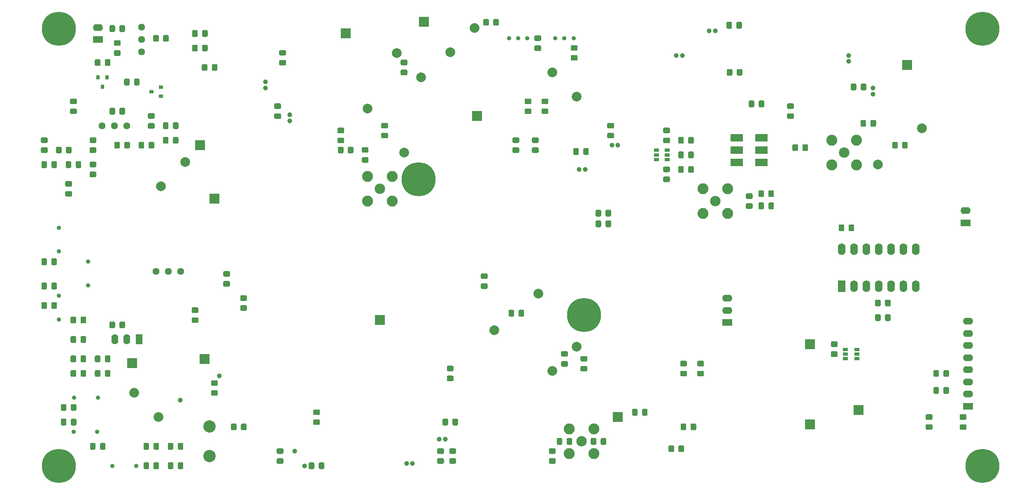
<source format=gbs>
G04 #@! TF.GenerationSoftware,KiCad,Pcbnew,5.1.12-84ad8e8a86~92~ubuntu20.04.1*
G04 #@! TF.CreationDate,2022-01-01T09:02:10-08:00*
G04 #@! TF.ProjectId,trx_mobo_concept_2,7472785f-6d6f-4626-9f5f-636f6e636570,rev?*
G04 #@! TF.SameCoordinates,Original*
G04 #@! TF.FileFunction,Soldermask,Bot*
G04 #@! TF.FilePolarity,Negative*
%FSLAX46Y46*%
G04 Gerber Fmt 4.6, Leading zero omitted, Abs format (unit mm)*
G04 Created by KiCad (PCBNEW 5.1.12-84ad8e8a86~92~ubuntu20.04.1) date 2022-01-01 09:02:10*
%MOMM*%
%LPD*%
G01*
G04 APERTURE LIST*
%ADD10C,0.900000*%
%ADD11C,1.440000*%
%ADD12C,2.000000*%
%ADD13C,0.800000*%
%ADD14C,7.000000*%
%ADD15C,2.540000*%
%ADD16C,2.150000*%
%ADD17C,2.250000*%
%ADD18O,2.100000X1.400000*%
%ADD19R,2.100000X1.400000*%
%ADD20R,1.400000X2.100000*%
%ADD21O,1.400000X2.100000*%
%ADD22C,1.000000*%
%ADD23R,0.800000X0.900000*%
%ADD24R,0.900000X0.800000*%
%ADD25R,2.032000X2.032000*%
%ADD26R,1.000000X0.700000*%
%ADD27R,1.600000X2.400000*%
%ADD28O,1.600000X2.400000*%
%ADD29R,1.060000X0.650000*%
%ADD30R,2.540000X1.650000*%
G04 APERTURE END LIST*
D10*
X157125000Y-57000000D03*
X160875000Y-57000000D03*
X159000000Y-57000000D03*
X151375000Y-57000000D03*
X147625000Y-57000000D03*
X149500000Y-57000000D03*
D11*
X72000000Y-59800000D03*
X72000000Y-57260000D03*
X72000000Y-54720000D03*
D12*
X161500000Y-120500000D03*
X156500000Y-125500000D03*
D13*
X164856155Y-112143845D03*
X163000000Y-111375000D03*
X161143845Y-112143845D03*
X160375000Y-114000000D03*
X161143845Y-115856155D03*
X163000000Y-116625000D03*
X164856155Y-115856155D03*
X165625000Y-114000000D03*
D14*
X163000000Y-114000000D03*
D13*
X56856155Y-53143845D03*
X55000000Y-52375000D03*
X53143845Y-53143845D03*
X52375000Y-55000000D03*
X53143845Y-56856155D03*
X55000000Y-57625000D03*
X56856155Y-56856155D03*
X57625000Y-55000000D03*
D14*
X55000000Y-55000000D03*
D13*
X246856155Y-53143845D03*
X245000000Y-52375000D03*
X243143845Y-53143845D03*
X242375000Y-55000000D03*
X243143845Y-56856155D03*
X245000000Y-57625000D03*
X246856155Y-56856155D03*
X247625000Y-55000000D03*
D14*
X245000000Y-55000000D03*
D13*
X56856155Y-143143845D03*
X55000000Y-142375000D03*
X53143845Y-143143845D03*
X52375000Y-145000000D03*
X53143845Y-146856155D03*
X55000000Y-147625000D03*
X56856155Y-146856155D03*
X57625000Y-145000000D03*
D14*
X55000000Y-145000000D03*
D13*
X246856155Y-143143845D03*
X245000000Y-142375000D03*
X243143845Y-143143845D03*
X242375000Y-145000000D03*
X243143845Y-146856155D03*
X245000000Y-147625000D03*
X246856155Y-146856155D03*
X247625000Y-145000000D03*
D14*
X245000000Y-145000000D03*
D13*
X130856155Y-84143845D03*
X129000000Y-83375000D03*
X127143845Y-84143845D03*
X126375000Y-86000000D03*
X127143845Y-87856155D03*
X129000000Y-88625000D03*
X130856155Y-87856155D03*
X131625000Y-86000000D03*
D14*
X129000000Y-86000000D03*
G36*
G01*
X68600000Y-115549999D02*
X68600000Y-116450001D01*
G75*
G02*
X68350001Y-116700000I-249999J0D01*
G01*
X67699999Y-116700000D01*
G75*
G02*
X67450000Y-116450001I0J249999D01*
G01*
X67450000Y-115549999D01*
G75*
G02*
X67699999Y-115300000I249999J0D01*
G01*
X68350001Y-115300000D01*
G75*
G02*
X68600000Y-115549999I0J-249999D01*
G01*
G37*
G36*
G01*
X66550000Y-115549999D02*
X66550000Y-116450001D01*
G75*
G02*
X66300001Y-116700000I-249999J0D01*
G01*
X65649999Y-116700000D01*
G75*
G02*
X65400000Y-116450001I0J249999D01*
G01*
X65400000Y-115549999D01*
G75*
G02*
X65649999Y-115300000I249999J0D01*
G01*
X66300001Y-115300000D01*
G75*
G02*
X66550000Y-115549999I0J-249999D01*
G01*
G37*
G36*
G01*
X236050000Y-125549999D02*
X236050000Y-126450001D01*
G75*
G02*
X235800001Y-126700000I-249999J0D01*
G01*
X235149999Y-126700000D01*
G75*
G02*
X234900000Y-126450001I0J249999D01*
G01*
X234900000Y-125549999D01*
G75*
G02*
X235149999Y-125300000I249999J0D01*
G01*
X235800001Y-125300000D01*
G75*
G02*
X236050000Y-125549999I0J-249999D01*
G01*
G37*
G36*
G01*
X238100000Y-125549999D02*
X238100000Y-126450001D01*
G75*
G02*
X237850001Y-126700000I-249999J0D01*
G01*
X237199999Y-126700000D01*
G75*
G02*
X236950000Y-126450001I0J249999D01*
G01*
X236950000Y-125549999D01*
G75*
G02*
X237199999Y-125300000I249999J0D01*
G01*
X237850001Y-125300000D01*
G75*
G02*
X238100000Y-125549999I0J-249999D01*
G01*
G37*
G36*
G01*
X66549999Y-59450000D02*
X67450001Y-59450000D01*
G75*
G02*
X67700000Y-59699999I0J-249999D01*
G01*
X67700000Y-60350001D01*
G75*
G02*
X67450001Y-60600000I-249999J0D01*
G01*
X66549999Y-60600000D01*
G75*
G02*
X66300000Y-60350001I0J249999D01*
G01*
X66300000Y-59699999D01*
G75*
G02*
X66549999Y-59450000I249999J0D01*
G01*
G37*
G36*
G01*
X66549999Y-57400000D02*
X67450001Y-57400000D01*
G75*
G02*
X67700000Y-57649999I0J-249999D01*
G01*
X67700000Y-58300001D01*
G75*
G02*
X67450001Y-58550000I-249999J0D01*
G01*
X66549999Y-58550000D01*
G75*
G02*
X66300000Y-58300001I0J249999D01*
G01*
X66300000Y-57649999D01*
G75*
G02*
X66549999Y-57400000I249999J0D01*
G01*
G37*
G36*
G01*
X236050000Y-129049999D02*
X236050000Y-129950001D01*
G75*
G02*
X235800001Y-130200000I-249999J0D01*
G01*
X235149999Y-130200000D01*
G75*
G02*
X234900000Y-129950001I0J249999D01*
G01*
X234900000Y-129049999D01*
G75*
G02*
X235149999Y-128800000I249999J0D01*
G01*
X235800001Y-128800000D01*
G75*
G02*
X236050000Y-129049999I0J-249999D01*
G01*
G37*
G36*
G01*
X238100000Y-129049999D02*
X238100000Y-129950001D01*
G75*
G02*
X237850001Y-130200000I-249999J0D01*
G01*
X237199999Y-130200000D01*
G75*
G02*
X236950000Y-129950001I0J249999D01*
G01*
X236950000Y-129049999D01*
G75*
G02*
X237199999Y-128800000I249999J0D01*
G01*
X237850001Y-128800000D01*
G75*
G02*
X238100000Y-129049999I0J-249999D01*
G01*
G37*
G36*
G01*
X240549999Y-134400000D02*
X241450001Y-134400000D01*
G75*
G02*
X241700000Y-134649999I0J-249999D01*
G01*
X241700000Y-135300001D01*
G75*
G02*
X241450001Y-135550000I-249999J0D01*
G01*
X240549999Y-135550000D01*
G75*
G02*
X240300000Y-135300001I0J249999D01*
G01*
X240300000Y-134649999D01*
G75*
G02*
X240549999Y-134400000I249999J0D01*
G01*
G37*
G36*
G01*
X240549999Y-136450000D02*
X241450001Y-136450000D01*
G75*
G02*
X241700000Y-136699999I0J-249999D01*
G01*
X241700000Y-137350001D01*
G75*
G02*
X241450001Y-137600000I-249999J0D01*
G01*
X240549999Y-137600000D01*
G75*
G02*
X240300000Y-137350001I0J249999D01*
G01*
X240300000Y-136699999D01*
G75*
G02*
X240549999Y-136450000I249999J0D01*
G01*
G37*
G36*
G01*
X233549999Y-136450000D02*
X234450001Y-136450000D01*
G75*
G02*
X234700000Y-136699999I0J-249999D01*
G01*
X234700000Y-137350001D01*
G75*
G02*
X234450001Y-137600000I-249999J0D01*
G01*
X233549999Y-137600000D01*
G75*
G02*
X233300000Y-137350001I0J249999D01*
G01*
X233300000Y-136699999D01*
G75*
G02*
X233549999Y-136450000I249999J0D01*
G01*
G37*
G36*
G01*
X233549999Y-134400000D02*
X234450001Y-134400000D01*
G75*
G02*
X234700000Y-134649999I0J-249999D01*
G01*
X234700000Y-135300001D01*
G75*
G02*
X234450001Y-135550000I-249999J0D01*
G01*
X233549999Y-135550000D01*
G75*
G02*
X233300000Y-135300001I0J249999D01*
G01*
X233300000Y-134649999D01*
G75*
G02*
X233549999Y-134400000I249999J0D01*
G01*
G37*
G36*
G01*
X214049999Y-121450000D02*
X214950001Y-121450000D01*
G75*
G02*
X215200000Y-121699999I0J-249999D01*
G01*
X215200000Y-122350001D01*
G75*
G02*
X214950001Y-122600000I-249999J0D01*
G01*
X214049999Y-122600000D01*
G75*
G02*
X213800000Y-122350001I0J249999D01*
G01*
X213800000Y-121699999D01*
G75*
G02*
X214049999Y-121450000I249999J0D01*
G01*
G37*
G36*
G01*
X214049999Y-119400000D02*
X214950001Y-119400000D01*
G75*
G02*
X215200000Y-119649999I0J-249999D01*
G01*
X215200000Y-120300001D01*
G75*
G02*
X214950001Y-120550000I-249999J0D01*
G01*
X214049999Y-120550000D01*
G75*
G02*
X213800000Y-120300001I0J249999D01*
G01*
X213800000Y-119649999D01*
G75*
G02*
X214049999Y-119400000I249999J0D01*
G01*
G37*
G36*
G01*
X58550000Y-114549999D02*
X58550000Y-115450001D01*
G75*
G02*
X58300001Y-115700000I-249999J0D01*
G01*
X57649999Y-115700000D01*
G75*
G02*
X57400000Y-115450001I0J249999D01*
G01*
X57400000Y-114549999D01*
G75*
G02*
X57649999Y-114300000I249999J0D01*
G01*
X58300001Y-114300000D01*
G75*
G02*
X58550000Y-114549999I0J-249999D01*
G01*
G37*
G36*
G01*
X60600000Y-114549999D02*
X60600000Y-115450001D01*
G75*
G02*
X60350001Y-115700000I-249999J0D01*
G01*
X59699999Y-115700000D01*
G75*
G02*
X59450000Y-115450001I0J249999D01*
G01*
X59450000Y-114549999D01*
G75*
G02*
X59699999Y-114300000I249999J0D01*
G01*
X60350001Y-114300000D01*
G75*
G02*
X60600000Y-114549999I0J-249999D01*
G01*
G37*
G36*
G01*
X62400000Y-126450001D02*
X62400000Y-125549999D01*
G75*
G02*
X62649999Y-125300000I249999J0D01*
G01*
X63300001Y-125300000D01*
G75*
G02*
X63550000Y-125549999I0J-249999D01*
G01*
X63550000Y-126450001D01*
G75*
G02*
X63300001Y-126700000I-249999J0D01*
G01*
X62649999Y-126700000D01*
G75*
G02*
X62400000Y-126450001I0J249999D01*
G01*
G37*
G36*
G01*
X64450000Y-126450001D02*
X64450000Y-125549999D01*
G75*
G02*
X64699999Y-125300000I249999J0D01*
G01*
X65350001Y-125300000D01*
G75*
G02*
X65600000Y-125549999I0J-249999D01*
G01*
X65600000Y-126450001D01*
G75*
G02*
X65350001Y-126700000I-249999J0D01*
G01*
X64699999Y-126700000D01*
G75*
G02*
X64450000Y-126450001I0J249999D01*
G01*
G37*
G36*
G01*
X58550000Y-118549999D02*
X58550000Y-119450001D01*
G75*
G02*
X58300001Y-119700000I-249999J0D01*
G01*
X57649999Y-119700000D01*
G75*
G02*
X57400000Y-119450001I0J249999D01*
G01*
X57400000Y-118549999D01*
G75*
G02*
X57649999Y-118300000I249999J0D01*
G01*
X58300001Y-118300000D01*
G75*
G02*
X58550000Y-118549999I0J-249999D01*
G01*
G37*
G36*
G01*
X60600000Y-118549999D02*
X60600000Y-119450001D01*
G75*
G02*
X60350001Y-119700000I-249999J0D01*
G01*
X59699999Y-119700000D01*
G75*
G02*
X59450000Y-119450001I0J249999D01*
G01*
X59450000Y-118549999D01*
G75*
G02*
X59699999Y-118300000I249999J0D01*
G01*
X60350001Y-118300000D01*
G75*
G02*
X60600000Y-118549999I0J-249999D01*
G01*
G37*
G36*
G01*
X62400000Y-123450001D02*
X62400000Y-122549999D01*
G75*
G02*
X62649999Y-122300000I249999J0D01*
G01*
X63300001Y-122300000D01*
G75*
G02*
X63550000Y-122549999I0J-249999D01*
G01*
X63550000Y-123450001D01*
G75*
G02*
X63300001Y-123700000I-249999J0D01*
G01*
X62649999Y-123700000D01*
G75*
G02*
X62400000Y-123450001I0J249999D01*
G01*
G37*
G36*
G01*
X64450000Y-123450001D02*
X64450000Y-122549999D01*
G75*
G02*
X64699999Y-122300000I249999J0D01*
G01*
X65350001Y-122300000D01*
G75*
G02*
X65600000Y-122549999I0J-249999D01*
G01*
X65600000Y-123450001D01*
G75*
G02*
X65350001Y-123700000I-249999J0D01*
G01*
X64699999Y-123700000D01*
G75*
G02*
X64450000Y-123450001I0J249999D01*
G01*
G37*
G36*
G01*
X54600000Y-102549999D02*
X54600000Y-103450001D01*
G75*
G02*
X54350001Y-103700000I-249999J0D01*
G01*
X53699999Y-103700000D01*
G75*
G02*
X53450000Y-103450001I0J249999D01*
G01*
X53450000Y-102549999D01*
G75*
G02*
X53699999Y-102300000I249999J0D01*
G01*
X54350001Y-102300000D01*
G75*
G02*
X54600000Y-102549999I0J-249999D01*
G01*
G37*
G36*
G01*
X52550000Y-102549999D02*
X52550000Y-103450001D01*
G75*
G02*
X52300001Y-103700000I-249999J0D01*
G01*
X51649999Y-103700000D01*
G75*
G02*
X51400000Y-103450001I0J249999D01*
G01*
X51400000Y-102549999D01*
G75*
G02*
X51649999Y-102300000I249999J0D01*
G01*
X52300001Y-102300000D01*
G75*
G02*
X52550000Y-102549999I0J-249999D01*
G01*
G37*
G36*
G01*
X52550000Y-111549999D02*
X52550000Y-112450001D01*
G75*
G02*
X52300001Y-112700000I-249999J0D01*
G01*
X51649999Y-112700000D01*
G75*
G02*
X51400000Y-112450001I0J249999D01*
G01*
X51400000Y-111549999D01*
G75*
G02*
X51649999Y-111300000I249999J0D01*
G01*
X52300001Y-111300000D01*
G75*
G02*
X52550000Y-111549999I0J-249999D01*
G01*
G37*
G36*
G01*
X54600000Y-111549999D02*
X54600000Y-112450001D01*
G75*
G02*
X54350001Y-112700000I-249999J0D01*
G01*
X53699999Y-112700000D01*
G75*
G02*
X53450000Y-112450001I0J249999D01*
G01*
X53450000Y-111549999D01*
G75*
G02*
X53699999Y-111300000I249999J0D01*
G01*
X54350001Y-111300000D01*
G75*
G02*
X54600000Y-111549999I0J-249999D01*
G01*
G37*
G36*
G01*
X54600000Y-107549999D02*
X54600000Y-108450001D01*
G75*
G02*
X54350001Y-108700000I-249999J0D01*
G01*
X53699999Y-108700000D01*
G75*
G02*
X53450000Y-108450001I0J249999D01*
G01*
X53450000Y-107549999D01*
G75*
G02*
X53699999Y-107300000I249999J0D01*
G01*
X54350001Y-107300000D01*
G75*
G02*
X54600000Y-107549999I0J-249999D01*
G01*
G37*
G36*
G01*
X52550000Y-107549999D02*
X52550000Y-108450001D01*
G75*
G02*
X52300001Y-108700000I-249999J0D01*
G01*
X51649999Y-108700000D01*
G75*
G02*
X51400000Y-108450001I0J249999D01*
G01*
X51400000Y-107549999D01*
G75*
G02*
X51649999Y-107300000I249999J0D01*
G01*
X52300001Y-107300000D01*
G75*
G02*
X52550000Y-107549999I0J-249999D01*
G01*
G37*
G36*
G01*
X56550000Y-132549999D02*
X56550000Y-133450001D01*
G75*
G02*
X56300001Y-133700000I-249999J0D01*
G01*
X55649999Y-133700000D01*
G75*
G02*
X55400000Y-133450001I0J249999D01*
G01*
X55400000Y-132549999D01*
G75*
G02*
X55649999Y-132300000I249999J0D01*
G01*
X56300001Y-132300000D01*
G75*
G02*
X56550000Y-132549999I0J-249999D01*
G01*
G37*
G36*
G01*
X58600000Y-132549999D02*
X58600000Y-133450001D01*
G75*
G02*
X58350001Y-133700000I-249999J0D01*
G01*
X57699999Y-133700000D01*
G75*
G02*
X57450000Y-133450001I0J249999D01*
G01*
X57450000Y-132549999D01*
G75*
G02*
X57699999Y-132300000I249999J0D01*
G01*
X58350001Y-132300000D01*
G75*
G02*
X58600000Y-132549999I0J-249999D01*
G01*
G37*
G36*
G01*
X56550000Y-135549999D02*
X56550000Y-136450001D01*
G75*
G02*
X56300001Y-136700000I-249999J0D01*
G01*
X55649999Y-136700000D01*
G75*
G02*
X55400000Y-136450001I0J249999D01*
G01*
X55400000Y-135549999D01*
G75*
G02*
X55649999Y-135300000I249999J0D01*
G01*
X56300001Y-135300000D01*
G75*
G02*
X56550000Y-135549999I0J-249999D01*
G01*
G37*
G36*
G01*
X58600000Y-135549999D02*
X58600000Y-136450001D01*
G75*
G02*
X58350001Y-136700000I-249999J0D01*
G01*
X57699999Y-136700000D01*
G75*
G02*
X57450000Y-136450001I0J249999D01*
G01*
X57450000Y-135549999D01*
G75*
G02*
X57699999Y-135300000I249999J0D01*
G01*
X58350001Y-135300000D01*
G75*
G02*
X58600000Y-135549999I0J-249999D01*
G01*
G37*
G36*
G01*
X62550000Y-140549999D02*
X62550000Y-141450001D01*
G75*
G02*
X62300001Y-141700000I-249999J0D01*
G01*
X61649999Y-141700000D01*
G75*
G02*
X61400000Y-141450001I0J249999D01*
G01*
X61400000Y-140549999D01*
G75*
G02*
X61649999Y-140300000I249999J0D01*
G01*
X62300001Y-140300000D01*
G75*
G02*
X62550000Y-140549999I0J-249999D01*
G01*
G37*
G36*
G01*
X64600000Y-140549999D02*
X64600000Y-141450001D01*
G75*
G02*
X64350001Y-141700000I-249999J0D01*
G01*
X63699999Y-141700000D01*
G75*
G02*
X63450000Y-141450001I0J249999D01*
G01*
X63450000Y-140549999D01*
G75*
G02*
X63699999Y-140300000I249999J0D01*
G01*
X64350001Y-140300000D01*
G75*
G02*
X64600000Y-140549999I0J-249999D01*
G01*
G37*
G36*
G01*
X58550000Y-122549999D02*
X58550000Y-123450001D01*
G75*
G02*
X58300001Y-123700000I-249999J0D01*
G01*
X57649999Y-123700000D01*
G75*
G02*
X57400000Y-123450001I0J249999D01*
G01*
X57400000Y-122549999D01*
G75*
G02*
X57649999Y-122300000I249999J0D01*
G01*
X58300001Y-122300000D01*
G75*
G02*
X58550000Y-122549999I0J-249999D01*
G01*
G37*
G36*
G01*
X60600000Y-122549999D02*
X60600000Y-123450001D01*
G75*
G02*
X60350001Y-123700000I-249999J0D01*
G01*
X59699999Y-123700000D01*
G75*
G02*
X59450000Y-123450001I0J249999D01*
G01*
X59450000Y-122549999D01*
G75*
G02*
X59699999Y-122300000I249999J0D01*
G01*
X60350001Y-122300000D01*
G75*
G02*
X60600000Y-122549999I0J-249999D01*
G01*
G37*
G36*
G01*
X60600000Y-125549999D02*
X60600000Y-126450001D01*
G75*
G02*
X60350001Y-126700000I-249999J0D01*
G01*
X59699999Y-126700000D01*
G75*
G02*
X59450000Y-126450001I0J249999D01*
G01*
X59450000Y-125549999D01*
G75*
G02*
X59699999Y-125300000I249999J0D01*
G01*
X60350001Y-125300000D01*
G75*
G02*
X60600000Y-125549999I0J-249999D01*
G01*
G37*
G36*
G01*
X58550000Y-125549999D02*
X58550000Y-126450001D01*
G75*
G02*
X58300001Y-126700000I-249999J0D01*
G01*
X57649999Y-126700000D01*
G75*
G02*
X57400000Y-126450001I0J249999D01*
G01*
X57400000Y-125549999D01*
G75*
G02*
X57649999Y-125300000I249999J0D01*
G01*
X58300001Y-125300000D01*
G75*
G02*
X58550000Y-125549999I0J-249999D01*
G01*
G37*
G36*
G01*
X74450000Y-145450001D02*
X74450000Y-144549999D01*
G75*
G02*
X74699999Y-144300000I249999J0D01*
G01*
X75350001Y-144300000D01*
G75*
G02*
X75600000Y-144549999I0J-249999D01*
G01*
X75600000Y-145450001D01*
G75*
G02*
X75350001Y-145700000I-249999J0D01*
G01*
X74699999Y-145700000D01*
G75*
G02*
X74450000Y-145450001I0J249999D01*
G01*
G37*
G36*
G01*
X72400000Y-145450001D02*
X72400000Y-144549999D01*
G75*
G02*
X72649999Y-144300000I249999J0D01*
G01*
X73300001Y-144300000D01*
G75*
G02*
X73550000Y-144549999I0J-249999D01*
G01*
X73550000Y-145450001D01*
G75*
G02*
X73300001Y-145700000I-249999J0D01*
G01*
X72649999Y-145700000D01*
G75*
G02*
X72400000Y-145450001I0J249999D01*
G01*
G37*
G36*
G01*
X72400000Y-141450001D02*
X72400000Y-140549999D01*
G75*
G02*
X72649999Y-140300000I249999J0D01*
G01*
X73300001Y-140300000D01*
G75*
G02*
X73550000Y-140549999I0J-249999D01*
G01*
X73550000Y-141450001D01*
G75*
G02*
X73300001Y-141700000I-249999J0D01*
G01*
X72649999Y-141700000D01*
G75*
G02*
X72400000Y-141450001I0J249999D01*
G01*
G37*
G36*
G01*
X74450000Y-141450001D02*
X74450000Y-140549999D01*
G75*
G02*
X74699999Y-140300000I249999J0D01*
G01*
X75350001Y-140300000D01*
G75*
G02*
X75600000Y-140549999I0J-249999D01*
G01*
X75600000Y-141450001D01*
G75*
G02*
X75350001Y-141700000I-249999J0D01*
G01*
X74699999Y-141700000D01*
G75*
G02*
X74450000Y-141450001I0J249999D01*
G01*
G37*
G36*
G01*
X77400000Y-145450001D02*
X77400000Y-144549999D01*
G75*
G02*
X77649999Y-144300000I249999J0D01*
G01*
X78300001Y-144300000D01*
G75*
G02*
X78550000Y-144549999I0J-249999D01*
G01*
X78550000Y-145450001D01*
G75*
G02*
X78300001Y-145700000I-249999J0D01*
G01*
X77649999Y-145700000D01*
G75*
G02*
X77400000Y-145450001I0J249999D01*
G01*
G37*
G36*
G01*
X79450000Y-145450001D02*
X79450000Y-144549999D01*
G75*
G02*
X79699999Y-144300000I249999J0D01*
G01*
X80350001Y-144300000D01*
G75*
G02*
X80600000Y-144549999I0J-249999D01*
G01*
X80600000Y-145450001D01*
G75*
G02*
X80350001Y-145700000I-249999J0D01*
G01*
X79699999Y-145700000D01*
G75*
G02*
X79450000Y-145450001I0J249999D01*
G01*
G37*
G36*
G01*
X79450000Y-141450001D02*
X79450000Y-140549999D01*
G75*
G02*
X79699999Y-140300000I249999J0D01*
G01*
X80350001Y-140300000D01*
G75*
G02*
X80600000Y-140549999I0J-249999D01*
G01*
X80600000Y-141450001D01*
G75*
G02*
X80350001Y-141700000I-249999J0D01*
G01*
X79699999Y-141700000D01*
G75*
G02*
X79450000Y-141450001I0J249999D01*
G01*
G37*
G36*
G01*
X77400000Y-141450001D02*
X77400000Y-140549999D01*
G75*
G02*
X77649999Y-140300000I249999J0D01*
G01*
X78300001Y-140300000D01*
G75*
G02*
X78550000Y-140549999I0J-249999D01*
G01*
X78550000Y-141450001D01*
G75*
G02*
X78300001Y-141700000I-249999J0D01*
G01*
X77649999Y-141700000D01*
G75*
G02*
X77400000Y-141450001I0J249999D01*
G01*
G37*
G36*
G01*
X100450001Y-71550000D02*
X99549999Y-71550000D01*
G75*
G02*
X99300000Y-71300001I0J249999D01*
G01*
X99300000Y-70649999D01*
G75*
G02*
X99549999Y-70400000I249999J0D01*
G01*
X100450001Y-70400000D01*
G75*
G02*
X100700000Y-70649999I0J-249999D01*
G01*
X100700000Y-71300001D01*
G75*
G02*
X100450001Y-71550000I-249999J0D01*
G01*
G37*
G36*
G01*
X100450001Y-73600000D02*
X99549999Y-73600000D01*
G75*
G02*
X99300000Y-73350001I0J249999D01*
G01*
X99300000Y-72699999D01*
G75*
G02*
X99549999Y-72450000I249999J0D01*
G01*
X100450001Y-72450000D01*
G75*
G02*
X100700000Y-72699999I0J-249999D01*
G01*
X100700000Y-73350001D01*
G75*
G02*
X100450001Y-73600000I-249999J0D01*
G01*
G37*
G36*
G01*
X108450000Y-145450001D02*
X108450000Y-144549999D01*
G75*
G02*
X108699999Y-144300000I249999J0D01*
G01*
X109350001Y-144300000D01*
G75*
G02*
X109600000Y-144549999I0J-249999D01*
G01*
X109600000Y-145450001D01*
G75*
G02*
X109350001Y-145700000I-249999J0D01*
G01*
X108699999Y-145700000D01*
G75*
G02*
X108450000Y-145450001I0J249999D01*
G01*
G37*
G36*
G01*
X106400000Y-145450001D02*
X106400000Y-144549999D01*
G75*
G02*
X106649999Y-144300000I249999J0D01*
G01*
X107300001Y-144300000D01*
G75*
G02*
X107550000Y-144549999I0J-249999D01*
G01*
X107550000Y-145450001D01*
G75*
G02*
X107300001Y-145700000I-249999J0D01*
G01*
X106649999Y-145700000D01*
G75*
G02*
X106400000Y-145450001I0J249999D01*
G01*
G37*
G36*
G01*
X135549999Y-141400000D02*
X136450001Y-141400000D01*
G75*
G02*
X136700000Y-141649999I0J-249999D01*
G01*
X136700000Y-142300001D01*
G75*
G02*
X136450001Y-142550000I-249999J0D01*
G01*
X135549999Y-142550000D01*
G75*
G02*
X135300000Y-142300001I0J249999D01*
G01*
X135300000Y-141649999D01*
G75*
G02*
X135549999Y-141400000I249999J0D01*
G01*
G37*
G36*
G01*
X135549999Y-143450000D02*
X136450001Y-143450000D01*
G75*
G02*
X136700000Y-143699999I0J-249999D01*
G01*
X136700000Y-144350001D01*
G75*
G02*
X136450001Y-144600000I-249999J0D01*
G01*
X135549999Y-144600000D01*
G75*
G02*
X135300000Y-144350001I0J249999D01*
G01*
X135300000Y-143699999D01*
G75*
G02*
X135549999Y-143450000I249999J0D01*
G01*
G37*
G36*
G01*
X93600000Y-136549999D02*
X93600000Y-137450001D01*
G75*
G02*
X93350001Y-137700000I-249999J0D01*
G01*
X92699999Y-137700000D01*
G75*
G02*
X92450000Y-137450001I0J249999D01*
G01*
X92450000Y-136549999D01*
G75*
G02*
X92699999Y-136300000I249999J0D01*
G01*
X93350001Y-136300000D01*
G75*
G02*
X93600000Y-136549999I0J-249999D01*
G01*
G37*
G36*
G01*
X91550000Y-136549999D02*
X91550000Y-137450001D01*
G75*
G02*
X91300001Y-137700000I-249999J0D01*
G01*
X90649999Y-137700000D01*
G75*
G02*
X90400000Y-137450001I0J249999D01*
G01*
X90400000Y-136549999D01*
G75*
G02*
X90649999Y-136300000I249999J0D01*
G01*
X91300001Y-136300000D01*
G75*
G02*
X91550000Y-136549999I0J-249999D01*
G01*
G37*
D15*
X86000000Y-136952000D03*
X86000000Y-143048000D03*
G36*
G01*
X133900000Y-136450001D02*
X133900000Y-135549999D01*
G75*
G02*
X134149999Y-135300000I249999J0D01*
G01*
X134800001Y-135300000D01*
G75*
G02*
X135050000Y-135549999I0J-249999D01*
G01*
X135050000Y-136450001D01*
G75*
G02*
X134800001Y-136700000I-249999J0D01*
G01*
X134149999Y-136700000D01*
G75*
G02*
X133900000Y-136450001I0J249999D01*
G01*
G37*
G36*
G01*
X135950000Y-136450001D02*
X135950000Y-135549999D01*
G75*
G02*
X136199999Y-135300000I249999J0D01*
G01*
X136850001Y-135300000D01*
G75*
G02*
X137100000Y-135549999I0J-249999D01*
G01*
X137100000Y-136450001D01*
G75*
G02*
X136850001Y-136700000I-249999J0D01*
G01*
X136199999Y-136700000D01*
G75*
G02*
X135950000Y-136450001I0J249999D01*
G01*
G37*
G36*
G01*
X108450001Y-134550000D02*
X107549999Y-134550000D01*
G75*
G02*
X107300000Y-134300001I0J249999D01*
G01*
X107300000Y-133649999D01*
G75*
G02*
X107549999Y-133400000I249999J0D01*
G01*
X108450001Y-133400000D01*
G75*
G02*
X108700000Y-133649999I0J-249999D01*
G01*
X108700000Y-134300001D01*
G75*
G02*
X108450001Y-134550000I-249999J0D01*
G01*
G37*
G36*
G01*
X108450001Y-136600000D02*
X107549999Y-136600000D01*
G75*
G02*
X107300000Y-136350001I0J249999D01*
G01*
X107300000Y-135699999D01*
G75*
G02*
X107549999Y-135450000I249999J0D01*
G01*
X108450001Y-135450000D01*
G75*
G02*
X108700000Y-135699999I0J-249999D01*
G01*
X108700000Y-136350001D01*
G75*
G02*
X108450001Y-136600000I-249999J0D01*
G01*
G37*
G36*
G01*
X135950001Y-127600000D02*
X135049999Y-127600000D01*
G75*
G02*
X134800000Y-127350001I0J249999D01*
G01*
X134800000Y-126699999D01*
G75*
G02*
X135049999Y-126450000I249999J0D01*
G01*
X135950001Y-126450000D01*
G75*
G02*
X136200000Y-126699999I0J-249999D01*
G01*
X136200000Y-127350001D01*
G75*
G02*
X135950001Y-127600000I-249999J0D01*
G01*
G37*
G36*
G01*
X135950001Y-125550000D02*
X135049999Y-125550000D01*
G75*
G02*
X134800000Y-125300001I0J249999D01*
G01*
X134800000Y-124649999D01*
G75*
G02*
X135049999Y-124400000I249999J0D01*
G01*
X135950001Y-124400000D01*
G75*
G02*
X136200000Y-124649999I0J-249999D01*
G01*
X136200000Y-125300001D01*
G75*
G02*
X135950001Y-125550000I-249999J0D01*
G01*
G37*
G36*
G01*
X215400000Y-96450001D02*
X215400000Y-95549999D01*
G75*
G02*
X215649999Y-95300000I249999J0D01*
G01*
X216300001Y-95300000D01*
G75*
G02*
X216550000Y-95549999I0J-249999D01*
G01*
X216550000Y-96450001D01*
G75*
G02*
X216300001Y-96700000I-249999J0D01*
G01*
X215649999Y-96700000D01*
G75*
G02*
X215400000Y-96450001I0J249999D01*
G01*
G37*
G36*
G01*
X217450000Y-96450001D02*
X217450000Y-95549999D01*
G75*
G02*
X217699999Y-95300000I249999J0D01*
G01*
X218350001Y-95300000D01*
G75*
G02*
X218600000Y-95549999I0J-249999D01*
G01*
X218600000Y-96450001D01*
G75*
G02*
X218350001Y-96700000I-249999J0D01*
G01*
X217699999Y-96700000D01*
G75*
G02*
X217450000Y-96450001I0J249999D01*
G01*
G37*
G36*
G01*
X147500000Y-114050001D02*
X147500000Y-113149999D01*
G75*
G02*
X147749999Y-112900000I249999J0D01*
G01*
X148400001Y-112900000D01*
G75*
G02*
X148650000Y-113149999I0J-249999D01*
G01*
X148650000Y-114050001D01*
G75*
G02*
X148400001Y-114300000I-249999J0D01*
G01*
X147749999Y-114300000D01*
G75*
G02*
X147500000Y-114050001I0J249999D01*
G01*
G37*
G36*
G01*
X149550000Y-114050001D02*
X149550000Y-113149999D01*
G75*
G02*
X149799999Y-112900000I249999J0D01*
G01*
X150450001Y-112900000D01*
G75*
G02*
X150700000Y-113149999I0J-249999D01*
G01*
X150700000Y-114050001D01*
G75*
G02*
X150450001Y-114300000I-249999J0D01*
G01*
X149799999Y-114300000D01*
G75*
G02*
X149550000Y-114050001I0J249999D01*
G01*
G37*
G36*
G01*
X162549999Y-124450000D02*
X163450001Y-124450000D01*
G75*
G02*
X163700000Y-124699999I0J-249999D01*
G01*
X163700000Y-125350001D01*
G75*
G02*
X163450001Y-125600000I-249999J0D01*
G01*
X162549999Y-125600000D01*
G75*
G02*
X162300000Y-125350001I0J249999D01*
G01*
X162300000Y-124699999D01*
G75*
G02*
X162549999Y-124450000I249999J0D01*
G01*
G37*
G36*
G01*
X162549999Y-122400000D02*
X163450001Y-122400000D01*
G75*
G02*
X163700000Y-122649999I0J-249999D01*
G01*
X163700000Y-123300001D01*
G75*
G02*
X163450001Y-123550000I-249999J0D01*
G01*
X162549999Y-123550000D01*
G75*
G02*
X162300000Y-123300001I0J249999D01*
G01*
X162300000Y-122649999D01*
G75*
G02*
X162549999Y-122400000I249999J0D01*
G01*
G37*
G36*
G01*
X142049999Y-107450000D02*
X142950001Y-107450000D01*
G75*
G02*
X143200000Y-107699999I0J-249999D01*
G01*
X143200000Y-108350001D01*
G75*
G02*
X142950001Y-108600000I-249999J0D01*
G01*
X142049999Y-108600000D01*
G75*
G02*
X141800000Y-108350001I0J249999D01*
G01*
X141800000Y-107699999D01*
G75*
G02*
X142049999Y-107450000I249999J0D01*
G01*
G37*
G36*
G01*
X142049999Y-105400000D02*
X142950001Y-105400000D01*
G75*
G02*
X143200000Y-105649999I0J-249999D01*
G01*
X143200000Y-106300001D01*
G75*
G02*
X142950001Y-106550000I-249999J0D01*
G01*
X142049999Y-106550000D01*
G75*
G02*
X141800000Y-106300001I0J249999D01*
G01*
X141800000Y-105649999D01*
G75*
G02*
X142049999Y-105400000I249999J0D01*
G01*
G37*
G36*
G01*
X66550000Y-54549999D02*
X66550000Y-55450001D01*
G75*
G02*
X66300001Y-55700000I-249999J0D01*
G01*
X65649999Y-55700000D01*
G75*
G02*
X65400000Y-55450001I0J249999D01*
G01*
X65400000Y-54549999D01*
G75*
G02*
X65649999Y-54300000I249999J0D01*
G01*
X66300001Y-54300000D01*
G75*
G02*
X66550000Y-54549999I0J-249999D01*
G01*
G37*
G36*
G01*
X68600000Y-54549999D02*
X68600000Y-55450001D01*
G75*
G02*
X68350001Y-55700000I-249999J0D01*
G01*
X67699999Y-55700000D01*
G75*
G02*
X67450000Y-55450001I0J249999D01*
G01*
X67450000Y-54549999D01*
G75*
G02*
X67699999Y-54300000I249999J0D01*
G01*
X68350001Y-54300000D01*
G75*
G02*
X68600000Y-54549999I0J-249999D01*
G01*
G37*
G36*
G01*
X77600000Y-56549999D02*
X77600000Y-57450001D01*
G75*
G02*
X77350001Y-57700000I-249999J0D01*
G01*
X76699999Y-57700000D01*
G75*
G02*
X76450000Y-57450001I0J249999D01*
G01*
X76450000Y-56549999D01*
G75*
G02*
X76699999Y-56300000I249999J0D01*
G01*
X77350001Y-56300000D01*
G75*
G02*
X77600000Y-56549999I0J-249999D01*
G01*
G37*
G36*
G01*
X75550000Y-56549999D02*
X75550000Y-57450001D01*
G75*
G02*
X75300001Y-57700000I-249999J0D01*
G01*
X74649999Y-57700000D01*
G75*
G02*
X74400000Y-57450001I0J249999D01*
G01*
X74400000Y-56549999D01*
G75*
G02*
X74649999Y-56300000I249999J0D01*
G01*
X75300001Y-56300000D01*
G75*
G02*
X75550000Y-56549999I0J-249999D01*
G01*
G37*
G36*
G01*
X69600000Y-78549999D02*
X69600000Y-79450001D01*
G75*
G02*
X69350001Y-79700000I-249999J0D01*
G01*
X68699999Y-79700000D01*
G75*
G02*
X68450000Y-79450001I0J249999D01*
G01*
X68450000Y-78549999D01*
G75*
G02*
X68699999Y-78300000I249999J0D01*
G01*
X69350001Y-78300000D01*
G75*
G02*
X69600000Y-78549999I0J-249999D01*
G01*
G37*
G36*
G01*
X67550000Y-78549999D02*
X67550000Y-79450001D01*
G75*
G02*
X67300001Y-79700000I-249999J0D01*
G01*
X66649999Y-79700000D01*
G75*
G02*
X66400000Y-79450001I0J249999D01*
G01*
X66400000Y-78549999D01*
G75*
G02*
X66649999Y-78300000I249999J0D01*
G01*
X67300001Y-78300000D01*
G75*
G02*
X67550000Y-78549999I0J-249999D01*
G01*
G37*
G36*
G01*
X62450001Y-78550000D02*
X61549999Y-78550000D01*
G75*
G02*
X61300000Y-78300001I0J249999D01*
G01*
X61300000Y-77649999D01*
G75*
G02*
X61549999Y-77400000I249999J0D01*
G01*
X62450001Y-77400000D01*
G75*
G02*
X62700000Y-77649999I0J-249999D01*
G01*
X62700000Y-78300001D01*
G75*
G02*
X62450001Y-78550000I-249999J0D01*
G01*
G37*
G36*
G01*
X62450001Y-80600000D02*
X61549999Y-80600000D01*
G75*
G02*
X61300000Y-80350001I0J249999D01*
G01*
X61300000Y-79699999D01*
G75*
G02*
X61549999Y-79450000I249999J0D01*
G01*
X62450001Y-79450000D01*
G75*
G02*
X62700000Y-79699999I0J-249999D01*
G01*
X62700000Y-80350001D01*
G75*
G02*
X62450001Y-80600000I-249999J0D01*
G01*
G37*
G36*
G01*
X56400000Y-83450001D02*
X56400000Y-82549999D01*
G75*
G02*
X56649999Y-82300000I249999J0D01*
G01*
X57300001Y-82300000D01*
G75*
G02*
X57550000Y-82549999I0J-249999D01*
G01*
X57550000Y-83450001D01*
G75*
G02*
X57300001Y-83700000I-249999J0D01*
G01*
X56649999Y-83700000D01*
G75*
G02*
X56400000Y-83450001I0J249999D01*
G01*
G37*
G36*
G01*
X58450000Y-83450001D02*
X58450000Y-82549999D01*
G75*
G02*
X58699999Y-82300000I249999J0D01*
G01*
X59350001Y-82300000D01*
G75*
G02*
X59600000Y-82549999I0J-249999D01*
G01*
X59600000Y-83450001D01*
G75*
G02*
X59350001Y-83700000I-249999J0D01*
G01*
X58699999Y-83700000D01*
G75*
G02*
X58450000Y-83450001I0J249999D01*
G01*
G37*
G36*
G01*
X53450000Y-83450001D02*
X53450000Y-82549999D01*
G75*
G02*
X53699999Y-82300000I249999J0D01*
G01*
X54350001Y-82300000D01*
G75*
G02*
X54600000Y-82549999I0J-249999D01*
G01*
X54600000Y-83450001D01*
G75*
G02*
X54350001Y-83700000I-249999J0D01*
G01*
X53699999Y-83700000D01*
G75*
G02*
X53450000Y-83450001I0J249999D01*
G01*
G37*
G36*
G01*
X51400000Y-83450001D02*
X51400000Y-82549999D01*
G75*
G02*
X51649999Y-82300000I249999J0D01*
G01*
X52300001Y-82300000D01*
G75*
G02*
X52550000Y-82549999I0J-249999D01*
G01*
X52550000Y-83450001D01*
G75*
G02*
X52300001Y-83700000I-249999J0D01*
G01*
X51649999Y-83700000D01*
G75*
G02*
X51400000Y-83450001I0J249999D01*
G01*
G37*
G36*
G01*
X57600000Y-79549999D02*
X57600000Y-80450001D01*
G75*
G02*
X57350001Y-80700000I-249999J0D01*
G01*
X56699999Y-80700000D01*
G75*
G02*
X56450000Y-80450001I0J249999D01*
G01*
X56450000Y-79549999D01*
G75*
G02*
X56699999Y-79300000I249999J0D01*
G01*
X57350001Y-79300000D01*
G75*
G02*
X57600000Y-79549999I0J-249999D01*
G01*
G37*
G36*
G01*
X55550000Y-79549999D02*
X55550000Y-80450001D01*
G75*
G02*
X55300001Y-80700000I-249999J0D01*
G01*
X54649999Y-80700000D01*
G75*
G02*
X54400000Y-80450001I0J249999D01*
G01*
X54400000Y-79549999D01*
G75*
G02*
X54649999Y-79300000I249999J0D01*
G01*
X55300001Y-79300000D01*
G75*
G02*
X55550000Y-79549999I0J-249999D01*
G01*
G37*
G36*
G01*
X74450001Y-73550000D02*
X73549999Y-73550000D01*
G75*
G02*
X73300000Y-73300001I0J249999D01*
G01*
X73300000Y-72649999D01*
G75*
G02*
X73549999Y-72400000I249999J0D01*
G01*
X74450001Y-72400000D01*
G75*
G02*
X74700000Y-72649999I0J-249999D01*
G01*
X74700000Y-73300001D01*
G75*
G02*
X74450001Y-73550000I-249999J0D01*
G01*
G37*
G36*
G01*
X74450001Y-75600000D02*
X73549999Y-75600000D01*
G75*
G02*
X73300000Y-75350001I0J249999D01*
G01*
X73300000Y-74699999D01*
G75*
G02*
X73549999Y-74450000I249999J0D01*
G01*
X74450001Y-74450000D01*
G75*
G02*
X74700000Y-74699999I0J-249999D01*
G01*
X74700000Y-75350001D01*
G75*
G02*
X74450001Y-75600000I-249999J0D01*
G01*
G37*
G36*
G01*
X122450001Y-77600000D02*
X121549999Y-77600000D01*
G75*
G02*
X121300000Y-77350001I0J249999D01*
G01*
X121300000Y-76699999D01*
G75*
G02*
X121549999Y-76450000I249999J0D01*
G01*
X122450001Y-76450000D01*
G75*
G02*
X122700000Y-76699999I0J-249999D01*
G01*
X122700000Y-77350001D01*
G75*
G02*
X122450001Y-77600000I-249999J0D01*
G01*
G37*
G36*
G01*
X122450001Y-75550000D02*
X121549999Y-75550000D01*
G75*
G02*
X121300000Y-75300001I0J249999D01*
G01*
X121300000Y-74649999D01*
G75*
G02*
X121549999Y-74400000I249999J0D01*
G01*
X122450001Y-74400000D01*
G75*
G02*
X122700000Y-74649999I0J-249999D01*
G01*
X122700000Y-75300001D01*
G75*
G02*
X122450001Y-75550000I-249999J0D01*
G01*
G37*
G36*
G01*
X153049999Y-58450000D02*
X153950001Y-58450000D01*
G75*
G02*
X154200000Y-58699999I0J-249999D01*
G01*
X154200000Y-59350001D01*
G75*
G02*
X153950001Y-59600000I-249999J0D01*
G01*
X153049999Y-59600000D01*
G75*
G02*
X152800000Y-59350001I0J249999D01*
G01*
X152800000Y-58699999D01*
G75*
G02*
X153049999Y-58450000I249999J0D01*
G01*
G37*
G36*
G01*
X153049999Y-56400000D02*
X153950001Y-56400000D01*
G75*
G02*
X154200000Y-56649999I0J-249999D01*
G01*
X154200000Y-57300001D01*
G75*
G02*
X153950001Y-57550000I-249999J0D01*
G01*
X153049999Y-57550000D01*
G75*
G02*
X152800000Y-57300001I0J249999D01*
G01*
X152800000Y-56649999D01*
G75*
G02*
X153049999Y-56400000I249999J0D01*
G01*
G37*
G36*
G01*
X168950001Y-77600000D02*
X168049999Y-77600000D01*
G75*
G02*
X167800000Y-77350001I0J249999D01*
G01*
X167800000Y-76699999D01*
G75*
G02*
X168049999Y-76450000I249999J0D01*
G01*
X168950001Y-76450000D01*
G75*
G02*
X169200000Y-76699999I0J-249999D01*
G01*
X169200000Y-77350001D01*
G75*
G02*
X168950001Y-77600000I-249999J0D01*
G01*
G37*
G36*
G01*
X168950001Y-75550000D02*
X168049999Y-75550000D01*
G75*
G02*
X167800000Y-75300001I0J249999D01*
G01*
X167800000Y-74649999D01*
G75*
G02*
X168049999Y-74400000I249999J0D01*
G01*
X168950001Y-74400000D01*
G75*
G02*
X169200000Y-74649999I0J-249999D01*
G01*
X169200000Y-75300001D01*
G75*
G02*
X168950001Y-75550000I-249999J0D01*
G01*
G37*
G36*
G01*
X160800000Y-80750001D02*
X160800000Y-79849999D01*
G75*
G02*
X161049999Y-79600000I249999J0D01*
G01*
X161700001Y-79600000D01*
G75*
G02*
X161950000Y-79849999I0J-249999D01*
G01*
X161950000Y-80750001D01*
G75*
G02*
X161700001Y-81000000I-249999J0D01*
G01*
X161049999Y-81000000D01*
G75*
G02*
X160800000Y-80750001I0J249999D01*
G01*
G37*
G36*
G01*
X162850000Y-80750001D02*
X162850000Y-79849999D01*
G75*
G02*
X163099999Y-79600000I249999J0D01*
G01*
X163750001Y-79600000D01*
G75*
G02*
X164000000Y-79849999I0J-249999D01*
G01*
X164000000Y-80750001D01*
G75*
G02*
X163750001Y-81000000I-249999J0D01*
G01*
X163099999Y-81000000D01*
G75*
G02*
X162850000Y-80750001I0J249999D01*
G01*
G37*
G36*
G01*
X167450000Y-95650001D02*
X167450000Y-94749999D01*
G75*
G02*
X167699999Y-94500000I249999J0D01*
G01*
X168350001Y-94500000D01*
G75*
G02*
X168600000Y-94749999I0J-249999D01*
G01*
X168600000Y-95650001D01*
G75*
G02*
X168350001Y-95900000I-249999J0D01*
G01*
X167699999Y-95900000D01*
G75*
G02*
X167450000Y-95650001I0J249999D01*
G01*
G37*
G36*
G01*
X165400000Y-95650001D02*
X165400000Y-94749999D01*
G75*
G02*
X165649999Y-94500000I249999J0D01*
G01*
X166300001Y-94500000D01*
G75*
G02*
X166550000Y-94749999I0J-249999D01*
G01*
X166550000Y-95650001D01*
G75*
G02*
X166300001Y-95900000I-249999J0D01*
G01*
X165649999Y-95900000D01*
G75*
G02*
X165400000Y-95650001I0J249999D01*
G01*
G37*
G36*
G01*
X182400000Y-81450001D02*
X182400000Y-80549999D01*
G75*
G02*
X182649999Y-80300000I249999J0D01*
G01*
X183300001Y-80300000D01*
G75*
G02*
X183550000Y-80549999I0J-249999D01*
G01*
X183550000Y-81450001D01*
G75*
G02*
X183300001Y-81700000I-249999J0D01*
G01*
X182649999Y-81700000D01*
G75*
G02*
X182400000Y-81450001I0J249999D01*
G01*
G37*
G36*
G01*
X184450000Y-81450001D02*
X184450000Y-80549999D01*
G75*
G02*
X184699999Y-80300000I249999J0D01*
G01*
X185350001Y-80300000D01*
G75*
G02*
X185600000Y-80549999I0J-249999D01*
G01*
X185600000Y-81450001D01*
G75*
G02*
X185350001Y-81700000I-249999J0D01*
G01*
X184699999Y-81700000D01*
G75*
G02*
X184450000Y-81450001I0J249999D01*
G01*
G37*
G36*
G01*
X152549999Y-79450000D02*
X153450001Y-79450000D01*
G75*
G02*
X153700000Y-79699999I0J-249999D01*
G01*
X153700000Y-80350001D01*
G75*
G02*
X153450001Y-80600000I-249999J0D01*
G01*
X152549999Y-80600000D01*
G75*
G02*
X152300000Y-80350001I0J249999D01*
G01*
X152300000Y-79699999D01*
G75*
G02*
X152549999Y-79450000I249999J0D01*
G01*
G37*
G36*
G01*
X152549999Y-77400000D02*
X153450001Y-77400000D01*
G75*
G02*
X153700000Y-77649999I0J-249999D01*
G01*
X153700000Y-78300001D01*
G75*
G02*
X153450001Y-78550000I-249999J0D01*
G01*
X152549999Y-78550000D01*
G75*
G02*
X152300000Y-78300001I0J249999D01*
G01*
X152300000Y-77649999D01*
G75*
G02*
X152549999Y-77400000I249999J0D01*
G01*
G37*
G36*
G01*
X151950001Y-72600000D02*
X151049999Y-72600000D01*
G75*
G02*
X150800000Y-72350001I0J249999D01*
G01*
X150800000Y-71699999D01*
G75*
G02*
X151049999Y-71450000I249999J0D01*
G01*
X151950001Y-71450000D01*
G75*
G02*
X152200000Y-71699999I0J-249999D01*
G01*
X152200000Y-72350001D01*
G75*
G02*
X151950001Y-72600000I-249999J0D01*
G01*
G37*
G36*
G01*
X151950001Y-70550000D02*
X151049999Y-70550000D01*
G75*
G02*
X150800000Y-70300001I0J249999D01*
G01*
X150800000Y-69649999D01*
G75*
G02*
X151049999Y-69400000I249999J0D01*
G01*
X151950001Y-69400000D01*
G75*
G02*
X152200000Y-69649999I0J-249999D01*
G01*
X152200000Y-70300001D01*
G75*
G02*
X151950001Y-70550000I-249999J0D01*
G01*
G37*
G36*
G01*
X179549999Y-85450000D02*
X180450001Y-85450000D01*
G75*
G02*
X180700000Y-85699999I0J-249999D01*
G01*
X180700000Y-86350001D01*
G75*
G02*
X180450001Y-86600000I-249999J0D01*
G01*
X179549999Y-86600000D01*
G75*
G02*
X179300000Y-86350001I0J249999D01*
G01*
X179300000Y-85699999D01*
G75*
G02*
X179549999Y-85450000I249999J0D01*
G01*
G37*
G36*
G01*
X179549999Y-83400000D02*
X180450001Y-83400000D01*
G75*
G02*
X180700000Y-83649999I0J-249999D01*
G01*
X180700000Y-84300001D01*
G75*
G02*
X180450001Y-84550000I-249999J0D01*
G01*
X179549999Y-84550000D01*
G75*
G02*
X179300000Y-84300001I0J249999D01*
G01*
X179300000Y-83649999D01*
G75*
G02*
X179549999Y-83400000I249999J0D01*
G01*
G37*
G36*
G01*
X180450001Y-78600000D02*
X179549999Y-78600000D01*
G75*
G02*
X179300000Y-78350001I0J249999D01*
G01*
X179300000Y-77699999D01*
G75*
G02*
X179549999Y-77450000I249999J0D01*
G01*
X180450001Y-77450000D01*
G75*
G02*
X180700000Y-77699999I0J-249999D01*
G01*
X180700000Y-78350001D01*
G75*
G02*
X180450001Y-78600000I-249999J0D01*
G01*
G37*
G36*
G01*
X180450001Y-76550000D02*
X179549999Y-76550000D01*
G75*
G02*
X179300000Y-76300001I0J249999D01*
G01*
X179300000Y-75649999D01*
G75*
G02*
X179549999Y-75400000I249999J0D01*
G01*
X180450001Y-75400000D01*
G75*
G02*
X180700000Y-75649999I0J-249999D01*
G01*
X180700000Y-76300001D01*
G75*
G02*
X180450001Y-76550000I-249999J0D01*
G01*
G37*
G36*
G01*
X192300000Y-54750001D02*
X192300000Y-53849999D01*
G75*
G02*
X192549999Y-53600000I249999J0D01*
G01*
X193200001Y-53600000D01*
G75*
G02*
X193450000Y-53849999I0J-249999D01*
G01*
X193450000Y-54750001D01*
G75*
G02*
X193200001Y-55000000I-249999J0D01*
G01*
X192549999Y-55000000D01*
G75*
G02*
X192300000Y-54750001I0J249999D01*
G01*
G37*
G36*
G01*
X194350000Y-54750001D02*
X194350000Y-53849999D01*
G75*
G02*
X194599999Y-53600000I249999J0D01*
G01*
X195250001Y-53600000D01*
G75*
G02*
X195500000Y-53849999I0J-249999D01*
G01*
X195500000Y-54750001D01*
G75*
G02*
X195250001Y-55000000I-249999J0D01*
G01*
X194599999Y-55000000D01*
G75*
G02*
X194350000Y-54750001I0J249999D01*
G01*
G37*
G36*
G01*
X223100000Y-74049999D02*
X223100000Y-74950001D01*
G75*
G02*
X222850001Y-75200000I-249999J0D01*
G01*
X222199999Y-75200000D01*
G75*
G02*
X221950000Y-74950001I0J249999D01*
G01*
X221950000Y-74049999D01*
G75*
G02*
X222199999Y-73800000I249999J0D01*
G01*
X222850001Y-73800000D01*
G75*
G02*
X223100000Y-74049999I0J-249999D01*
G01*
G37*
G36*
G01*
X221050000Y-74049999D02*
X221050000Y-74950001D01*
G75*
G02*
X220800001Y-75200000I-249999J0D01*
G01*
X220149999Y-75200000D01*
G75*
G02*
X219900000Y-74950001I0J249999D01*
G01*
X219900000Y-74049999D01*
G75*
G02*
X220149999Y-73800000I249999J0D01*
G01*
X220800001Y-73800000D01*
G75*
G02*
X221050000Y-74049999I0J-249999D01*
G01*
G37*
G36*
G01*
X198950000Y-70950001D02*
X198950000Y-70049999D01*
G75*
G02*
X199199999Y-69800000I249999J0D01*
G01*
X199850001Y-69800000D01*
G75*
G02*
X200100000Y-70049999I0J-249999D01*
G01*
X200100000Y-70950001D01*
G75*
G02*
X199850001Y-71200000I-249999J0D01*
G01*
X199199999Y-71200000D01*
G75*
G02*
X198950000Y-70950001I0J249999D01*
G01*
G37*
G36*
G01*
X196900000Y-70950001D02*
X196900000Y-70049999D01*
G75*
G02*
X197149999Y-69800000I249999J0D01*
G01*
X197800001Y-69800000D01*
G75*
G02*
X198050000Y-70049999I0J-249999D01*
G01*
X198050000Y-70950001D01*
G75*
G02*
X197800001Y-71200000I-249999J0D01*
G01*
X197149999Y-71200000D01*
G75*
G02*
X196900000Y-70950001I0J249999D01*
G01*
G37*
G36*
G01*
X195600000Y-63549999D02*
X195600000Y-64450001D01*
G75*
G02*
X195350001Y-64700000I-249999J0D01*
G01*
X194699999Y-64700000D01*
G75*
G02*
X194450000Y-64450001I0J249999D01*
G01*
X194450000Y-63549999D01*
G75*
G02*
X194699999Y-63300000I249999J0D01*
G01*
X195350001Y-63300000D01*
G75*
G02*
X195600000Y-63549999I0J-249999D01*
G01*
G37*
G36*
G01*
X193550000Y-63549999D02*
X193550000Y-64450001D01*
G75*
G02*
X193300001Y-64700000I-249999J0D01*
G01*
X192649999Y-64700000D01*
G75*
G02*
X192400000Y-64450001I0J249999D01*
G01*
X192400000Y-63549999D01*
G75*
G02*
X192649999Y-63300000I249999J0D01*
G01*
X193300001Y-63300000D01*
G75*
G02*
X193550000Y-63549999I0J-249999D01*
G01*
G37*
G36*
G01*
X207950000Y-79950001D02*
X207950000Y-79049999D01*
G75*
G02*
X208199999Y-78800000I249999J0D01*
G01*
X208850001Y-78800000D01*
G75*
G02*
X209100000Y-79049999I0J-249999D01*
G01*
X209100000Y-79950001D01*
G75*
G02*
X208850001Y-80200000I-249999J0D01*
G01*
X208199999Y-80200000D01*
G75*
G02*
X207950000Y-79950001I0J249999D01*
G01*
G37*
G36*
G01*
X205900000Y-79950001D02*
X205900000Y-79049999D01*
G75*
G02*
X206149999Y-78800000I249999J0D01*
G01*
X206800001Y-78800000D01*
G75*
G02*
X207050000Y-79049999I0J-249999D01*
G01*
X207050000Y-79950001D01*
G75*
G02*
X206800001Y-80200000I-249999J0D01*
G01*
X206149999Y-80200000D01*
G75*
G02*
X205900000Y-79950001I0J249999D01*
G01*
G37*
G36*
G01*
X205950001Y-71550000D02*
X205049999Y-71550000D01*
G75*
G02*
X204800000Y-71300001I0J249999D01*
G01*
X204800000Y-70649999D01*
G75*
G02*
X205049999Y-70400000I249999J0D01*
G01*
X205950001Y-70400000D01*
G75*
G02*
X206200000Y-70649999I0J-249999D01*
G01*
X206200000Y-71300001D01*
G75*
G02*
X205950001Y-71550000I-249999J0D01*
G01*
G37*
G36*
G01*
X205950001Y-73600000D02*
X205049999Y-73600000D01*
G75*
G02*
X204800000Y-73350001I0J249999D01*
G01*
X204800000Y-72699999D01*
G75*
G02*
X205049999Y-72450000I249999J0D01*
G01*
X205950001Y-72450000D01*
G75*
G02*
X206200000Y-72699999I0J-249999D01*
G01*
X206200000Y-73350001D01*
G75*
G02*
X205950001Y-73600000I-249999J0D01*
G01*
G37*
G36*
G01*
X219050000Y-66549999D02*
X219050000Y-67450001D01*
G75*
G02*
X218800001Y-67700000I-249999J0D01*
G01*
X218149999Y-67700000D01*
G75*
G02*
X217900000Y-67450001I0J249999D01*
G01*
X217900000Y-66549999D01*
G75*
G02*
X218149999Y-66300000I249999J0D01*
G01*
X218800001Y-66300000D01*
G75*
G02*
X219050000Y-66549999I0J-249999D01*
G01*
G37*
G36*
G01*
X221100000Y-66549999D02*
X221100000Y-67450001D01*
G75*
G02*
X220850001Y-67700000I-249999J0D01*
G01*
X220199999Y-67700000D01*
G75*
G02*
X219950000Y-67450001I0J249999D01*
G01*
X219950000Y-66549999D01*
G75*
G02*
X220199999Y-66300000I249999J0D01*
G01*
X220850001Y-66300000D01*
G75*
G02*
X221100000Y-66549999I0J-249999D01*
G01*
G37*
G36*
G01*
X227550000Y-78549999D02*
X227550000Y-79450001D01*
G75*
G02*
X227300001Y-79700000I-249999J0D01*
G01*
X226649999Y-79700000D01*
G75*
G02*
X226400000Y-79450001I0J249999D01*
G01*
X226400000Y-78549999D01*
G75*
G02*
X226649999Y-78300000I249999J0D01*
G01*
X227300001Y-78300000D01*
G75*
G02*
X227550000Y-78549999I0J-249999D01*
G01*
G37*
G36*
G01*
X229600000Y-78549999D02*
X229600000Y-79450001D01*
G75*
G02*
X229350001Y-79700000I-249999J0D01*
G01*
X228699999Y-79700000D01*
G75*
G02*
X228450000Y-79450001I0J249999D01*
G01*
X228450000Y-78549999D01*
G75*
G02*
X228699999Y-78300000I249999J0D01*
G01*
X229350001Y-78300000D01*
G75*
G02*
X229600000Y-78549999I0J-249999D01*
G01*
G37*
G36*
G01*
X149450001Y-78550000D02*
X148549999Y-78550000D01*
G75*
G02*
X148300000Y-78300001I0J249999D01*
G01*
X148300000Y-77649999D01*
G75*
G02*
X148549999Y-77400000I249999J0D01*
G01*
X149450001Y-77400000D01*
G75*
G02*
X149700000Y-77649999I0J-249999D01*
G01*
X149700000Y-78300001D01*
G75*
G02*
X149450001Y-78550000I-249999J0D01*
G01*
G37*
G36*
G01*
X149450001Y-80600000D02*
X148549999Y-80600000D01*
G75*
G02*
X148300000Y-80350001I0J249999D01*
G01*
X148300000Y-79699999D01*
G75*
G02*
X148549999Y-79450000I249999J0D01*
G01*
X149450001Y-79450000D01*
G75*
G02*
X149700000Y-79699999I0J-249999D01*
G01*
X149700000Y-80350001D01*
G75*
G02*
X149450001Y-80600000I-249999J0D01*
G01*
G37*
G36*
G01*
X154549999Y-69400000D02*
X155450001Y-69400000D01*
G75*
G02*
X155700000Y-69649999I0J-249999D01*
G01*
X155700000Y-70300001D01*
G75*
G02*
X155450001Y-70550000I-249999J0D01*
G01*
X154549999Y-70550000D01*
G75*
G02*
X154300000Y-70300001I0J249999D01*
G01*
X154300000Y-69649999D01*
G75*
G02*
X154549999Y-69400000I249999J0D01*
G01*
G37*
G36*
G01*
X154549999Y-71450000D02*
X155450001Y-71450000D01*
G75*
G02*
X155700000Y-71699999I0J-249999D01*
G01*
X155700000Y-72350001D01*
G75*
G02*
X155450001Y-72600000I-249999J0D01*
G01*
X154549999Y-72600000D01*
G75*
G02*
X154300000Y-72350001I0J249999D01*
G01*
X154300000Y-71699999D01*
G75*
G02*
X154549999Y-71450000I249999J0D01*
G01*
G37*
D16*
X121000000Y-88000000D03*
D17*
X123540000Y-90540000D03*
X123540000Y-85460000D03*
X118460000Y-85460000D03*
X118460000Y-90540000D03*
D18*
X241500000Y-92500000D03*
D19*
X241500000Y-95000000D03*
D17*
X165040000Y-142540000D03*
X159960000Y-142540000D03*
X159960000Y-137460000D03*
X165040000Y-137460000D03*
D16*
X162500000Y-140000000D03*
D18*
X192500000Y-113000000D03*
X192500000Y-110500000D03*
D19*
X192500000Y-115500000D03*
D16*
X216500000Y-80500000D03*
D17*
X219040000Y-83040000D03*
X219040000Y-77960000D03*
X213960000Y-77960000D03*
X213960000Y-83040000D03*
D20*
X71500000Y-119000000D03*
D21*
X66500000Y-119000000D03*
X69000000Y-119000000D03*
D19*
X63000000Y-57250000D03*
D18*
X63000000Y-54750000D03*
D17*
X187460000Y-93040000D03*
X187460000Y-87960000D03*
X192540000Y-87960000D03*
X192540000Y-93040000D03*
D16*
X190000000Y-90500000D03*
D18*
X242000000Y-130250000D03*
X242000000Y-127750000D03*
D19*
X242000000Y-132750000D03*
D18*
X242000000Y-125250000D03*
X242000000Y-122750000D03*
X242000000Y-120250000D03*
X242000000Y-117750000D03*
X242000000Y-115250000D03*
D12*
X70500000Y-130000000D03*
X75500000Y-135000000D03*
X81000000Y-82500000D03*
X76000000Y-87500000D03*
D22*
X105500000Y-145000000D03*
X103500000Y-142000000D03*
X88000000Y-126500000D03*
X80000000Y-131500000D03*
D12*
X124500000Y-60000000D03*
X129500000Y-65000000D03*
X161500000Y-69000000D03*
X156500000Y-64000000D03*
X135500000Y-59900000D03*
X140500000Y-54900000D03*
D23*
X63020000Y-64990000D03*
X64920000Y-64990000D03*
X63970000Y-66990000D03*
D24*
X76010000Y-67020000D03*
X76010000Y-68920000D03*
X74010000Y-67970000D03*
G36*
G01*
X222900000Y-114950001D02*
X222900000Y-114049999D01*
G75*
G02*
X223149999Y-113800000I249999J0D01*
G01*
X223800001Y-113800000D01*
G75*
G02*
X224050000Y-114049999I0J-249999D01*
G01*
X224050000Y-114950001D01*
G75*
G02*
X223800001Y-115200000I-249999J0D01*
G01*
X223149999Y-115200000D01*
G75*
G02*
X222900000Y-114950001I0J249999D01*
G01*
G37*
G36*
G01*
X224950000Y-114950001D02*
X224950000Y-114049999D01*
G75*
G02*
X225199999Y-113800000I249999J0D01*
G01*
X225850001Y-113800000D01*
G75*
G02*
X226100000Y-114049999I0J-249999D01*
G01*
X226100000Y-114950001D01*
G75*
G02*
X225850001Y-115200000I-249999J0D01*
G01*
X225199999Y-115200000D01*
G75*
G02*
X224950000Y-114950001I0J249999D01*
G01*
G37*
G36*
G01*
X224950000Y-111950001D02*
X224950000Y-111049999D01*
G75*
G02*
X225199999Y-110800000I249999J0D01*
G01*
X225850001Y-110800000D01*
G75*
G02*
X226100000Y-111049999I0J-249999D01*
G01*
X226100000Y-111950001D01*
G75*
G02*
X225850001Y-112200000I-249999J0D01*
G01*
X225199999Y-112200000D01*
G75*
G02*
X224950000Y-111950001I0J249999D01*
G01*
G37*
G36*
G01*
X222900000Y-111950001D02*
X222900000Y-111049999D01*
G75*
G02*
X223149999Y-110800000I249999J0D01*
G01*
X223800001Y-110800000D01*
G75*
G02*
X224050000Y-111049999I0J-249999D01*
G01*
X224050000Y-111950001D01*
G75*
G02*
X223800001Y-112200000I-249999J0D01*
G01*
X223149999Y-112200000D01*
G75*
G02*
X222900000Y-111950001I0J249999D01*
G01*
G37*
G36*
G01*
X133049999Y-141400000D02*
X133950001Y-141400000D01*
G75*
G02*
X134200000Y-141649999I0J-249999D01*
G01*
X134200000Y-142300001D01*
G75*
G02*
X133950001Y-142550000I-249999J0D01*
G01*
X133049999Y-142550000D01*
G75*
G02*
X132800000Y-142300001I0J249999D01*
G01*
X132800000Y-141649999D01*
G75*
G02*
X133049999Y-141400000I249999J0D01*
G01*
G37*
G36*
G01*
X133049999Y-143450000D02*
X133950001Y-143450000D01*
G75*
G02*
X134200000Y-143699999I0J-249999D01*
G01*
X134200000Y-144350001D01*
G75*
G02*
X133950001Y-144600000I-249999J0D01*
G01*
X133049999Y-144600000D01*
G75*
G02*
X132800000Y-144350001I0J249999D01*
G01*
X132800000Y-143699999D01*
G75*
G02*
X133049999Y-143450000I249999J0D01*
G01*
G37*
G36*
G01*
X100950001Y-144600000D02*
X100049999Y-144600000D01*
G75*
G02*
X99800000Y-144350001I0J249999D01*
G01*
X99800000Y-143699999D01*
G75*
G02*
X100049999Y-143450000I249999J0D01*
G01*
X100950001Y-143450000D01*
G75*
G02*
X101200000Y-143699999I0J-249999D01*
G01*
X101200000Y-144350001D01*
G75*
G02*
X100950001Y-144600000I-249999J0D01*
G01*
G37*
G36*
G01*
X100950001Y-142550000D02*
X100049999Y-142550000D01*
G75*
G02*
X99800000Y-142300001I0J249999D01*
G01*
X99800000Y-141649999D01*
G75*
G02*
X100049999Y-141400000I249999J0D01*
G01*
X100950001Y-141400000D01*
G75*
G02*
X101200000Y-141649999I0J-249999D01*
G01*
X101200000Y-142300001D01*
G75*
G02*
X100950001Y-142550000I-249999J0D01*
G01*
G37*
G36*
G01*
X86549999Y-129450000D02*
X87450001Y-129450000D01*
G75*
G02*
X87700000Y-129699999I0J-249999D01*
G01*
X87700000Y-130350001D01*
G75*
G02*
X87450001Y-130600000I-249999J0D01*
G01*
X86549999Y-130600000D01*
G75*
G02*
X86300000Y-130350001I0J249999D01*
G01*
X86300000Y-129699999D01*
G75*
G02*
X86549999Y-129450000I249999J0D01*
G01*
G37*
G36*
G01*
X86549999Y-127400000D02*
X87450001Y-127400000D01*
G75*
G02*
X87700000Y-127649999I0J-249999D01*
G01*
X87700000Y-128300001D01*
G75*
G02*
X87450001Y-128550000I-249999J0D01*
G01*
X86549999Y-128550000D01*
G75*
G02*
X86300000Y-128300001I0J249999D01*
G01*
X86300000Y-127649999D01*
G75*
G02*
X86549999Y-127400000I249999J0D01*
G01*
G37*
D11*
X75000000Y-105000000D03*
X77540000Y-105000000D03*
X80080000Y-105000000D03*
G36*
G01*
X89950001Y-106075000D02*
X89049999Y-106075000D01*
G75*
G02*
X88800000Y-105825001I0J249999D01*
G01*
X88800000Y-105174999D01*
G75*
G02*
X89049999Y-104925000I249999J0D01*
G01*
X89950001Y-104925000D01*
G75*
G02*
X90200000Y-105174999I0J-249999D01*
G01*
X90200000Y-105825001D01*
G75*
G02*
X89950001Y-106075000I-249999J0D01*
G01*
G37*
G36*
G01*
X89950001Y-108125000D02*
X89049999Y-108125000D01*
G75*
G02*
X88800000Y-107875001I0J249999D01*
G01*
X88800000Y-107224999D01*
G75*
G02*
X89049999Y-106975000I249999J0D01*
G01*
X89950001Y-106975000D01*
G75*
G02*
X90200000Y-107224999I0J-249999D01*
G01*
X90200000Y-107875001D01*
G75*
G02*
X89950001Y-108125000I-249999J0D01*
G01*
G37*
G36*
G01*
X93450001Y-111050000D02*
X92549999Y-111050000D01*
G75*
G02*
X92300000Y-110800001I0J249999D01*
G01*
X92300000Y-110149999D01*
G75*
G02*
X92549999Y-109900000I249999J0D01*
G01*
X93450001Y-109900000D01*
G75*
G02*
X93700000Y-110149999I0J-249999D01*
G01*
X93700000Y-110800001D01*
G75*
G02*
X93450001Y-111050000I-249999J0D01*
G01*
G37*
G36*
G01*
X93450001Y-113100000D02*
X92549999Y-113100000D01*
G75*
G02*
X92300000Y-112850001I0J249999D01*
G01*
X92300000Y-112199999D01*
G75*
G02*
X92549999Y-111950000I249999J0D01*
G01*
X93450001Y-111950000D01*
G75*
G02*
X93700000Y-112199999I0J-249999D01*
G01*
X93700000Y-112850001D01*
G75*
G02*
X93450001Y-113100000I-249999J0D01*
G01*
G37*
G36*
G01*
X82549999Y-112400000D02*
X83450001Y-112400000D01*
G75*
G02*
X83700000Y-112649999I0J-249999D01*
G01*
X83700000Y-113300001D01*
G75*
G02*
X83450001Y-113550000I-249999J0D01*
G01*
X82549999Y-113550000D01*
G75*
G02*
X82300000Y-113300001I0J249999D01*
G01*
X82300000Y-112649999D01*
G75*
G02*
X82549999Y-112400000I249999J0D01*
G01*
G37*
G36*
G01*
X82549999Y-114450000D02*
X83450001Y-114450000D01*
G75*
G02*
X83700000Y-114699999I0J-249999D01*
G01*
X83700000Y-115350001D01*
G75*
G02*
X83450001Y-115600000I-249999J0D01*
G01*
X82549999Y-115600000D01*
G75*
G02*
X82300000Y-115350001I0J249999D01*
G01*
X82300000Y-114699999D01*
G75*
G02*
X82549999Y-114450000I249999J0D01*
G01*
G37*
G36*
G01*
X159450000Y-140450001D02*
X159450000Y-139549999D01*
G75*
G02*
X159699999Y-139300000I249999J0D01*
G01*
X160350001Y-139300000D01*
G75*
G02*
X160600000Y-139549999I0J-249999D01*
G01*
X160600000Y-140450001D01*
G75*
G02*
X160350001Y-140700000I-249999J0D01*
G01*
X159699999Y-140700000D01*
G75*
G02*
X159450000Y-140450001I0J249999D01*
G01*
G37*
G36*
G01*
X157400000Y-140450001D02*
X157400000Y-139549999D01*
G75*
G02*
X157649999Y-139300000I249999J0D01*
G01*
X158300001Y-139300000D01*
G75*
G02*
X158550000Y-139549999I0J-249999D01*
G01*
X158550000Y-140450001D01*
G75*
G02*
X158300001Y-140700000I-249999J0D01*
G01*
X157649999Y-140700000D01*
G75*
G02*
X157400000Y-140450001I0J249999D01*
G01*
G37*
G36*
G01*
X166450000Y-140450001D02*
X166450000Y-139549999D01*
G75*
G02*
X166699999Y-139300000I249999J0D01*
G01*
X167350001Y-139300000D01*
G75*
G02*
X167600000Y-139549999I0J-249999D01*
G01*
X167600000Y-140450001D01*
G75*
G02*
X167350001Y-140700000I-249999J0D01*
G01*
X166699999Y-140700000D01*
G75*
G02*
X166450000Y-140450001I0J249999D01*
G01*
G37*
G36*
G01*
X164400000Y-140450001D02*
X164400000Y-139549999D01*
G75*
G02*
X164649999Y-139300000I249999J0D01*
G01*
X165300001Y-139300000D01*
G75*
G02*
X165550000Y-139549999I0J-249999D01*
G01*
X165550000Y-140450001D01*
G75*
G02*
X165300001Y-140700000I-249999J0D01*
G01*
X164649999Y-140700000D01*
G75*
G02*
X164400000Y-140450001I0J249999D01*
G01*
G37*
G36*
G01*
X156049999Y-141400000D02*
X156950001Y-141400000D01*
G75*
G02*
X157200000Y-141649999I0J-249999D01*
G01*
X157200000Y-142300001D01*
G75*
G02*
X156950001Y-142550000I-249999J0D01*
G01*
X156049999Y-142550000D01*
G75*
G02*
X155800000Y-142300001I0J249999D01*
G01*
X155800000Y-141649999D01*
G75*
G02*
X156049999Y-141400000I249999J0D01*
G01*
G37*
G36*
G01*
X156049999Y-143450000D02*
X156950001Y-143450000D01*
G75*
G02*
X157200000Y-143699999I0J-249999D01*
G01*
X157200000Y-144350001D01*
G75*
G02*
X156950001Y-144600000I-249999J0D01*
G01*
X156049999Y-144600000D01*
G75*
G02*
X155800000Y-144350001I0J249999D01*
G01*
X155800000Y-143699999D01*
G75*
G02*
X156049999Y-143450000I249999J0D01*
G01*
G37*
G36*
G01*
X159450001Y-122550000D02*
X158549999Y-122550000D01*
G75*
G02*
X158300000Y-122300001I0J249999D01*
G01*
X158300000Y-121649999D01*
G75*
G02*
X158549999Y-121400000I249999J0D01*
G01*
X159450001Y-121400000D01*
G75*
G02*
X159700000Y-121649999I0J-249999D01*
G01*
X159700000Y-122300001D01*
G75*
G02*
X159450001Y-122550000I-249999J0D01*
G01*
G37*
G36*
G01*
X159450001Y-124600000D02*
X158549999Y-124600000D01*
G75*
G02*
X158300000Y-124350001I0J249999D01*
G01*
X158300000Y-123699999D01*
G75*
G02*
X158549999Y-123450000I249999J0D01*
G01*
X159450001Y-123450000D01*
G75*
G02*
X159700000Y-123699999I0J-249999D01*
G01*
X159700000Y-124350001D01*
G75*
G02*
X159450001Y-124600000I-249999J0D01*
G01*
G37*
G36*
G01*
X182900000Y-137450001D02*
X182900000Y-136549999D01*
G75*
G02*
X183149999Y-136300000I249999J0D01*
G01*
X183800001Y-136300000D01*
G75*
G02*
X184050000Y-136549999I0J-249999D01*
G01*
X184050000Y-137450001D01*
G75*
G02*
X183800001Y-137700000I-249999J0D01*
G01*
X183149999Y-137700000D01*
G75*
G02*
X182900000Y-137450001I0J249999D01*
G01*
G37*
G36*
G01*
X184950000Y-137450001D02*
X184950000Y-136549999D01*
G75*
G02*
X185199999Y-136300000I249999J0D01*
G01*
X185850001Y-136300000D01*
G75*
G02*
X186100000Y-136549999I0J-249999D01*
G01*
X186100000Y-137450001D01*
G75*
G02*
X185850001Y-137700000I-249999J0D01*
G01*
X185199999Y-137700000D01*
G75*
G02*
X184950000Y-137450001I0J249999D01*
G01*
G37*
G36*
G01*
X183600000Y-141049999D02*
X183600000Y-141950001D01*
G75*
G02*
X183350001Y-142200000I-249999J0D01*
G01*
X182699999Y-142200000D01*
G75*
G02*
X182450000Y-141950001I0J249999D01*
G01*
X182450000Y-141049999D01*
G75*
G02*
X182699999Y-140800000I249999J0D01*
G01*
X183350001Y-140800000D01*
G75*
G02*
X183600000Y-141049999I0J-249999D01*
G01*
G37*
G36*
G01*
X181550000Y-141049999D02*
X181550000Y-141950001D01*
G75*
G02*
X181300001Y-142200000I-249999J0D01*
G01*
X180649999Y-142200000D01*
G75*
G02*
X180400000Y-141950001I0J249999D01*
G01*
X180400000Y-141049999D01*
G75*
G02*
X180649999Y-140800000I249999J0D01*
G01*
X181300001Y-140800000D01*
G75*
G02*
X181550000Y-141049999I0J-249999D01*
G01*
G37*
G36*
G01*
X183950001Y-124550000D02*
X183049999Y-124550000D01*
G75*
G02*
X182800000Y-124300001I0J249999D01*
G01*
X182800000Y-123649999D01*
G75*
G02*
X183049999Y-123400000I249999J0D01*
G01*
X183950001Y-123400000D01*
G75*
G02*
X184200000Y-123649999I0J-249999D01*
G01*
X184200000Y-124300001D01*
G75*
G02*
X183950001Y-124550000I-249999J0D01*
G01*
G37*
G36*
G01*
X183950001Y-126600000D02*
X183049999Y-126600000D01*
G75*
G02*
X182800000Y-126350001I0J249999D01*
G01*
X182800000Y-125699999D01*
G75*
G02*
X183049999Y-125450000I249999J0D01*
G01*
X183950001Y-125450000D01*
G75*
G02*
X184200000Y-125699999I0J-249999D01*
G01*
X184200000Y-126350001D01*
G75*
G02*
X183950001Y-126600000I-249999J0D01*
G01*
G37*
G36*
G01*
X176100000Y-133549999D02*
X176100000Y-134450001D01*
G75*
G02*
X175850001Y-134700000I-249999J0D01*
G01*
X175199999Y-134700000D01*
G75*
G02*
X174950000Y-134450001I0J249999D01*
G01*
X174950000Y-133549999D01*
G75*
G02*
X175199999Y-133300000I249999J0D01*
G01*
X175850001Y-133300000D01*
G75*
G02*
X176100000Y-133549999I0J-249999D01*
G01*
G37*
G36*
G01*
X174050000Y-133549999D02*
X174050000Y-134450001D01*
G75*
G02*
X173800001Y-134700000I-249999J0D01*
G01*
X173149999Y-134700000D01*
G75*
G02*
X172900000Y-134450001I0J249999D01*
G01*
X172900000Y-133549999D01*
G75*
G02*
X173149999Y-133300000I249999J0D01*
G01*
X173800001Y-133300000D01*
G75*
G02*
X174050000Y-133549999I0J-249999D01*
G01*
G37*
G36*
G01*
X187450001Y-124550000D02*
X186549999Y-124550000D01*
G75*
G02*
X186300000Y-124300001I0J249999D01*
G01*
X186300000Y-123649999D01*
G75*
G02*
X186549999Y-123400000I249999J0D01*
G01*
X187450001Y-123400000D01*
G75*
G02*
X187700000Y-123649999I0J-249999D01*
G01*
X187700000Y-124300001D01*
G75*
G02*
X187450001Y-124550000I-249999J0D01*
G01*
G37*
G36*
G01*
X187450001Y-126600000D02*
X186549999Y-126600000D01*
G75*
G02*
X186300000Y-126350001I0J249999D01*
G01*
X186300000Y-125699999D01*
G75*
G02*
X186549999Y-125450000I249999J0D01*
G01*
X187450001Y-125450000D01*
G75*
G02*
X187700000Y-125699999I0J-249999D01*
G01*
X187700000Y-126350001D01*
G75*
G02*
X187450001Y-126600000I-249999J0D01*
G01*
G37*
G36*
G01*
X85600000Y-55549999D02*
X85600000Y-56450001D01*
G75*
G02*
X85350001Y-56700000I-249999J0D01*
G01*
X84699999Y-56700000D01*
G75*
G02*
X84450000Y-56450001I0J249999D01*
G01*
X84450000Y-55549999D01*
G75*
G02*
X84699999Y-55300000I249999J0D01*
G01*
X85350001Y-55300000D01*
G75*
G02*
X85600000Y-55549999I0J-249999D01*
G01*
G37*
G36*
G01*
X83550000Y-55549999D02*
X83550000Y-56450001D01*
G75*
G02*
X83300001Y-56700000I-249999J0D01*
G01*
X82649999Y-56700000D01*
G75*
G02*
X82400000Y-56450001I0J249999D01*
G01*
X82400000Y-55549999D01*
G75*
G02*
X82649999Y-55300000I249999J0D01*
G01*
X83300001Y-55300000D01*
G75*
G02*
X83550000Y-55549999I0J-249999D01*
G01*
G37*
G36*
G01*
X83550000Y-58549999D02*
X83550000Y-59450001D01*
G75*
G02*
X83300001Y-59700000I-249999J0D01*
G01*
X82649999Y-59700000D01*
G75*
G02*
X82400000Y-59450001I0J249999D01*
G01*
X82400000Y-58549999D01*
G75*
G02*
X82649999Y-58300000I249999J0D01*
G01*
X83300001Y-58300000D01*
G75*
G02*
X83550000Y-58549999I0J-249999D01*
G01*
G37*
G36*
G01*
X85600000Y-58549999D02*
X85600000Y-59450001D01*
G75*
G02*
X85350001Y-59700000I-249999J0D01*
G01*
X84699999Y-59700000D01*
G75*
G02*
X84450000Y-59450001I0J249999D01*
G01*
X84450000Y-58549999D01*
G75*
G02*
X84699999Y-58300000I249999J0D01*
G01*
X85350001Y-58300000D01*
G75*
G02*
X85600000Y-58549999I0J-249999D01*
G01*
G37*
G36*
G01*
X71600000Y-65549999D02*
X71600000Y-66450001D01*
G75*
G02*
X71350001Y-66700000I-249999J0D01*
G01*
X70699999Y-66700000D01*
G75*
G02*
X70450000Y-66450001I0J249999D01*
G01*
X70450000Y-65549999D01*
G75*
G02*
X70699999Y-65300000I249999J0D01*
G01*
X71350001Y-65300000D01*
G75*
G02*
X71600000Y-65549999I0J-249999D01*
G01*
G37*
G36*
G01*
X69550000Y-65549999D02*
X69550000Y-66450001D01*
G75*
G02*
X69300001Y-66700000I-249999J0D01*
G01*
X68649999Y-66700000D01*
G75*
G02*
X68400000Y-66450001I0J249999D01*
G01*
X68400000Y-65549999D01*
G75*
G02*
X68649999Y-65300000I249999J0D01*
G01*
X69300001Y-65300000D01*
G75*
G02*
X69550000Y-65549999I0J-249999D01*
G01*
G37*
G36*
G01*
X87600000Y-62549999D02*
X87600000Y-63450001D01*
G75*
G02*
X87350001Y-63700000I-249999J0D01*
G01*
X86699999Y-63700000D01*
G75*
G02*
X86450000Y-63450001I0J249999D01*
G01*
X86450000Y-62549999D01*
G75*
G02*
X86699999Y-62300000I249999J0D01*
G01*
X87350001Y-62300000D01*
G75*
G02*
X87600000Y-62549999I0J-249999D01*
G01*
G37*
G36*
G01*
X85550000Y-62549999D02*
X85550000Y-63450001D01*
G75*
G02*
X85300001Y-63700000I-249999J0D01*
G01*
X84649999Y-63700000D01*
G75*
G02*
X84400000Y-63450001I0J249999D01*
G01*
X84400000Y-62549999D01*
G75*
G02*
X84649999Y-62300000I249999J0D01*
G01*
X85300001Y-62300000D01*
G75*
G02*
X85550000Y-62549999I0J-249999D01*
G01*
G37*
G36*
G01*
X100549999Y-61450000D02*
X101450001Y-61450000D01*
G75*
G02*
X101700000Y-61699999I0J-249999D01*
G01*
X101700000Y-62350001D01*
G75*
G02*
X101450001Y-62600000I-249999J0D01*
G01*
X100549999Y-62600000D01*
G75*
G02*
X100300000Y-62350001I0J249999D01*
G01*
X100300000Y-61699999D01*
G75*
G02*
X100549999Y-61450000I249999J0D01*
G01*
G37*
G36*
G01*
X100549999Y-59400000D02*
X101450001Y-59400000D01*
G75*
G02*
X101700000Y-59649999I0J-249999D01*
G01*
X101700000Y-60300001D01*
G75*
G02*
X101450001Y-60550000I-249999J0D01*
G01*
X100549999Y-60550000D01*
G75*
G02*
X100300000Y-60300001I0J249999D01*
G01*
X100300000Y-59649999D01*
G75*
G02*
X100549999Y-59400000I249999J0D01*
G01*
G37*
X63920000Y-75000000D03*
X66460000Y-75000000D03*
X69000000Y-75000000D03*
G36*
G01*
X72550000Y-78549999D02*
X72550000Y-79450001D01*
G75*
G02*
X72300001Y-79700000I-249999J0D01*
G01*
X71649999Y-79700000D01*
G75*
G02*
X71400000Y-79450001I0J249999D01*
G01*
X71400000Y-78549999D01*
G75*
G02*
X71649999Y-78300000I249999J0D01*
G01*
X72300001Y-78300000D01*
G75*
G02*
X72550000Y-78549999I0J-249999D01*
G01*
G37*
G36*
G01*
X74600000Y-78549999D02*
X74600000Y-79450001D01*
G75*
G02*
X74350001Y-79700000I-249999J0D01*
G01*
X73699999Y-79700000D01*
G75*
G02*
X73450000Y-79450001I0J249999D01*
G01*
X73450000Y-78549999D01*
G75*
G02*
X73699999Y-78300000I249999J0D01*
G01*
X74350001Y-78300000D01*
G75*
G02*
X74600000Y-78549999I0J-249999D01*
G01*
G37*
G36*
G01*
X68600000Y-71549999D02*
X68600000Y-72450001D01*
G75*
G02*
X68350001Y-72700000I-249999J0D01*
G01*
X67699999Y-72700000D01*
G75*
G02*
X67450000Y-72450001I0J249999D01*
G01*
X67450000Y-71549999D01*
G75*
G02*
X67699999Y-71300000I249999J0D01*
G01*
X68350001Y-71300000D01*
G75*
G02*
X68600000Y-71549999I0J-249999D01*
G01*
G37*
G36*
G01*
X66550000Y-71549999D02*
X66550000Y-72450001D01*
G75*
G02*
X66300001Y-72700000I-249999J0D01*
G01*
X65649999Y-72700000D01*
G75*
G02*
X65400000Y-72450001I0J249999D01*
G01*
X65400000Y-71549999D01*
G75*
G02*
X65649999Y-71300000I249999J0D01*
G01*
X66300001Y-71300000D01*
G75*
G02*
X66550000Y-71549999I0J-249999D01*
G01*
G37*
G36*
G01*
X64450000Y-62450001D02*
X64450000Y-61549999D01*
G75*
G02*
X64699999Y-61300000I249999J0D01*
G01*
X65350001Y-61300000D01*
G75*
G02*
X65600000Y-61549999I0J-249999D01*
G01*
X65600000Y-62450001D01*
G75*
G02*
X65350001Y-62700000I-249999J0D01*
G01*
X64699999Y-62700000D01*
G75*
G02*
X64450000Y-62450001I0J249999D01*
G01*
G37*
G36*
G01*
X62400000Y-62450001D02*
X62400000Y-61549999D01*
G75*
G02*
X62649999Y-61300000I249999J0D01*
G01*
X63300001Y-61300000D01*
G75*
G02*
X63550000Y-61549999I0J-249999D01*
G01*
X63550000Y-62450001D01*
G75*
G02*
X63300001Y-62700000I-249999J0D01*
G01*
X62649999Y-62700000D01*
G75*
G02*
X62400000Y-62450001I0J249999D01*
G01*
G37*
G36*
G01*
X76400000Y-75450001D02*
X76400000Y-74549999D01*
G75*
G02*
X76649999Y-74300000I249999J0D01*
G01*
X77300001Y-74300000D01*
G75*
G02*
X77550000Y-74549999I0J-249999D01*
G01*
X77550000Y-75450001D01*
G75*
G02*
X77300001Y-75700000I-249999J0D01*
G01*
X76649999Y-75700000D01*
G75*
G02*
X76400000Y-75450001I0J249999D01*
G01*
G37*
G36*
G01*
X78450000Y-75450001D02*
X78450000Y-74549999D01*
G75*
G02*
X78699999Y-74300000I249999J0D01*
G01*
X79350001Y-74300000D01*
G75*
G02*
X79600000Y-74549999I0J-249999D01*
G01*
X79600000Y-75450001D01*
G75*
G02*
X79350001Y-75700000I-249999J0D01*
G01*
X78699999Y-75700000D01*
G75*
G02*
X78450000Y-75450001I0J249999D01*
G01*
G37*
G36*
G01*
X61549999Y-84450000D02*
X62450001Y-84450000D01*
G75*
G02*
X62700000Y-84699999I0J-249999D01*
G01*
X62700000Y-85350001D01*
G75*
G02*
X62450001Y-85600000I-249999J0D01*
G01*
X61549999Y-85600000D01*
G75*
G02*
X61300000Y-85350001I0J249999D01*
G01*
X61300000Y-84699999D01*
G75*
G02*
X61549999Y-84450000I249999J0D01*
G01*
G37*
G36*
G01*
X61549999Y-82400000D02*
X62450001Y-82400000D01*
G75*
G02*
X62700000Y-82649999I0J-249999D01*
G01*
X62700000Y-83300001D01*
G75*
G02*
X62450001Y-83550000I-249999J0D01*
G01*
X61549999Y-83550000D01*
G75*
G02*
X61300000Y-83300001I0J249999D01*
G01*
X61300000Y-82649999D01*
G75*
G02*
X61549999Y-82400000I249999J0D01*
G01*
G37*
G36*
G01*
X56549999Y-86400000D02*
X57450001Y-86400000D01*
G75*
G02*
X57700000Y-86649999I0J-249999D01*
G01*
X57700000Y-87300001D01*
G75*
G02*
X57450001Y-87550000I-249999J0D01*
G01*
X56549999Y-87550000D01*
G75*
G02*
X56300000Y-87300001I0J249999D01*
G01*
X56300000Y-86649999D01*
G75*
G02*
X56549999Y-86400000I249999J0D01*
G01*
G37*
G36*
G01*
X56549999Y-88450000D02*
X57450001Y-88450000D01*
G75*
G02*
X57700000Y-88699999I0J-249999D01*
G01*
X57700000Y-89350001D01*
G75*
G02*
X57450001Y-89600000I-249999J0D01*
G01*
X56549999Y-89600000D01*
G75*
G02*
X56300000Y-89350001I0J249999D01*
G01*
X56300000Y-88699999D01*
G75*
G02*
X56549999Y-88450000I249999J0D01*
G01*
G37*
G36*
G01*
X52450001Y-78550000D02*
X51549999Y-78550000D01*
G75*
G02*
X51300000Y-78300001I0J249999D01*
G01*
X51300000Y-77649999D01*
G75*
G02*
X51549999Y-77400000I249999J0D01*
G01*
X52450001Y-77400000D01*
G75*
G02*
X52700000Y-77649999I0J-249999D01*
G01*
X52700000Y-78300001D01*
G75*
G02*
X52450001Y-78550000I-249999J0D01*
G01*
G37*
G36*
G01*
X52450001Y-80600000D02*
X51549999Y-80600000D01*
G75*
G02*
X51300000Y-80350001I0J249999D01*
G01*
X51300000Y-79699999D01*
G75*
G02*
X51549999Y-79450000I249999J0D01*
G01*
X52450001Y-79450000D01*
G75*
G02*
X52700000Y-79699999I0J-249999D01*
G01*
X52700000Y-80350001D01*
G75*
G02*
X52450001Y-80600000I-249999J0D01*
G01*
G37*
G36*
G01*
X58450001Y-72600000D02*
X57549999Y-72600000D01*
G75*
G02*
X57300000Y-72350001I0J249999D01*
G01*
X57300000Y-71699999D01*
G75*
G02*
X57549999Y-71450000I249999J0D01*
G01*
X58450001Y-71450000D01*
G75*
G02*
X58700000Y-71699999I0J-249999D01*
G01*
X58700000Y-72350001D01*
G75*
G02*
X58450001Y-72600000I-249999J0D01*
G01*
G37*
G36*
G01*
X58450001Y-70550000D02*
X57549999Y-70550000D01*
G75*
G02*
X57300000Y-70300001I0J249999D01*
G01*
X57300000Y-69649999D01*
G75*
G02*
X57549999Y-69400000I249999J0D01*
G01*
X58450001Y-69400000D01*
G75*
G02*
X58700000Y-69649999I0J-249999D01*
G01*
X58700000Y-70300001D01*
G75*
G02*
X58450001Y-70550000I-249999J0D01*
G01*
G37*
G36*
G01*
X78450000Y-78450001D02*
X78450000Y-77549999D01*
G75*
G02*
X78699999Y-77300000I249999J0D01*
G01*
X79350001Y-77300000D01*
G75*
G02*
X79600000Y-77549999I0J-249999D01*
G01*
X79600000Y-78450001D01*
G75*
G02*
X79350001Y-78700000I-249999J0D01*
G01*
X78699999Y-78700000D01*
G75*
G02*
X78450000Y-78450001I0J249999D01*
G01*
G37*
G36*
G01*
X76400000Y-78450001D02*
X76400000Y-77549999D01*
G75*
G02*
X76649999Y-77300000I249999J0D01*
G01*
X77300001Y-77300000D01*
G75*
G02*
X77550000Y-77549999I0J-249999D01*
G01*
X77550000Y-78450001D01*
G75*
G02*
X77300001Y-78700000I-249999J0D01*
G01*
X76649999Y-78700000D01*
G75*
G02*
X76400000Y-78450001I0J249999D01*
G01*
G37*
G36*
G01*
X114450000Y-80450001D02*
X114450000Y-79549999D01*
G75*
G02*
X114699999Y-79300000I249999J0D01*
G01*
X115350001Y-79300000D01*
G75*
G02*
X115600000Y-79549999I0J-249999D01*
G01*
X115600000Y-80450001D01*
G75*
G02*
X115350001Y-80700000I-249999J0D01*
G01*
X114699999Y-80700000D01*
G75*
G02*
X114450000Y-80450001I0J249999D01*
G01*
G37*
G36*
G01*
X112400000Y-80450001D02*
X112400000Y-79549999D01*
G75*
G02*
X112649999Y-79300000I249999J0D01*
G01*
X113300001Y-79300000D01*
G75*
G02*
X113550000Y-79549999I0J-249999D01*
G01*
X113550000Y-80450001D01*
G75*
G02*
X113300001Y-80700000I-249999J0D01*
G01*
X112649999Y-80700000D01*
G75*
G02*
X112400000Y-80450001I0J249999D01*
G01*
G37*
G36*
G01*
X117549999Y-79400000D02*
X118450001Y-79400000D01*
G75*
G02*
X118700000Y-79649999I0J-249999D01*
G01*
X118700000Y-80300001D01*
G75*
G02*
X118450001Y-80550000I-249999J0D01*
G01*
X117549999Y-80550000D01*
G75*
G02*
X117300000Y-80300001I0J249999D01*
G01*
X117300000Y-79649999D01*
G75*
G02*
X117549999Y-79400000I249999J0D01*
G01*
G37*
G36*
G01*
X117549999Y-81450000D02*
X118450001Y-81450000D01*
G75*
G02*
X118700000Y-81699999I0J-249999D01*
G01*
X118700000Y-82350001D01*
G75*
G02*
X118450001Y-82600000I-249999J0D01*
G01*
X117549999Y-82600000D01*
G75*
G02*
X117300000Y-82350001I0J249999D01*
G01*
X117300000Y-81699999D01*
G75*
G02*
X117549999Y-81450000I249999J0D01*
G01*
G37*
G36*
G01*
X113450001Y-76550000D02*
X112549999Y-76550000D01*
G75*
G02*
X112300000Y-76300001I0J249999D01*
G01*
X112300000Y-75649999D01*
G75*
G02*
X112549999Y-75400000I249999J0D01*
G01*
X113450001Y-75400000D01*
G75*
G02*
X113700000Y-75649999I0J-249999D01*
G01*
X113700000Y-76300001D01*
G75*
G02*
X113450001Y-76550000I-249999J0D01*
G01*
G37*
G36*
G01*
X113450001Y-78600000D02*
X112549999Y-78600000D01*
G75*
G02*
X112300000Y-78350001I0J249999D01*
G01*
X112300000Y-77699999D01*
G75*
G02*
X112549999Y-77450000I249999J0D01*
G01*
X113450001Y-77450000D01*
G75*
G02*
X113700000Y-77699999I0J-249999D01*
G01*
X113700000Y-78350001D01*
G75*
G02*
X113450001Y-78600000I-249999J0D01*
G01*
G37*
G36*
G01*
X126450001Y-62550000D02*
X125549999Y-62550000D01*
G75*
G02*
X125300000Y-62300001I0J249999D01*
G01*
X125300000Y-61649999D01*
G75*
G02*
X125549999Y-61400000I249999J0D01*
G01*
X126450001Y-61400000D01*
G75*
G02*
X126700000Y-61649999I0J-249999D01*
G01*
X126700000Y-62300001D01*
G75*
G02*
X126450001Y-62550000I-249999J0D01*
G01*
G37*
G36*
G01*
X126450001Y-64600000D02*
X125549999Y-64600000D01*
G75*
G02*
X125300000Y-64350001I0J249999D01*
G01*
X125300000Y-63699999D01*
G75*
G02*
X125549999Y-63450000I249999J0D01*
G01*
X126450001Y-63450000D01*
G75*
G02*
X126700000Y-63699999I0J-249999D01*
G01*
X126700000Y-64350001D01*
G75*
G02*
X126450001Y-64600000I-249999J0D01*
G01*
G37*
G36*
G01*
X168600000Y-92549999D02*
X168600000Y-93450001D01*
G75*
G02*
X168350001Y-93700000I-249999J0D01*
G01*
X167699999Y-93700000D01*
G75*
G02*
X167450000Y-93450001I0J249999D01*
G01*
X167450000Y-92549999D01*
G75*
G02*
X167699999Y-92300000I249999J0D01*
G01*
X168350001Y-92300000D01*
G75*
G02*
X168600000Y-92549999I0J-249999D01*
G01*
G37*
G36*
G01*
X166550000Y-92549999D02*
X166550000Y-93450001D01*
G75*
G02*
X166300001Y-93700000I-249999J0D01*
G01*
X165649999Y-93700000D01*
G75*
G02*
X165400000Y-93450001I0J249999D01*
G01*
X165400000Y-92549999D01*
G75*
G02*
X165649999Y-92300000I249999J0D01*
G01*
X166300001Y-92300000D01*
G75*
G02*
X166550000Y-92549999I0J-249999D01*
G01*
G37*
G36*
G01*
X184450000Y-84450001D02*
X184450000Y-83549999D01*
G75*
G02*
X184699999Y-83300000I249999J0D01*
G01*
X185350001Y-83300000D01*
G75*
G02*
X185600000Y-83549999I0J-249999D01*
G01*
X185600000Y-84450001D01*
G75*
G02*
X185350001Y-84700000I-249999J0D01*
G01*
X184699999Y-84700000D01*
G75*
G02*
X184450000Y-84450001I0J249999D01*
G01*
G37*
G36*
G01*
X182400000Y-84450001D02*
X182400000Y-83549999D01*
G75*
G02*
X182649999Y-83300000I249999J0D01*
G01*
X183300001Y-83300000D01*
G75*
G02*
X183550000Y-83549999I0J-249999D01*
G01*
X183550000Y-84450001D01*
G75*
G02*
X183300001Y-84700000I-249999J0D01*
G01*
X182649999Y-84700000D01*
G75*
G02*
X182400000Y-84450001I0J249999D01*
G01*
G37*
G36*
G01*
X182400000Y-78450001D02*
X182400000Y-77549999D01*
G75*
G02*
X182649999Y-77300000I249999J0D01*
G01*
X183300001Y-77300000D01*
G75*
G02*
X183550000Y-77549999I0J-249999D01*
G01*
X183550000Y-78450001D01*
G75*
G02*
X183300001Y-78700000I-249999J0D01*
G01*
X182649999Y-78700000D01*
G75*
G02*
X182400000Y-78450001I0J249999D01*
G01*
G37*
G36*
G01*
X184450000Y-78450001D02*
X184450000Y-77549999D01*
G75*
G02*
X184699999Y-77300000I249999J0D01*
G01*
X185350001Y-77300000D01*
G75*
G02*
X185600000Y-77549999I0J-249999D01*
G01*
X185600000Y-78450001D01*
G75*
G02*
X185350001Y-78700000I-249999J0D01*
G01*
X184699999Y-78700000D01*
G75*
G02*
X184450000Y-78450001I0J249999D01*
G01*
G37*
G36*
G01*
X196549999Y-88900000D02*
X197450001Y-88900000D01*
G75*
G02*
X197700000Y-89149999I0J-249999D01*
G01*
X197700000Y-89800001D01*
G75*
G02*
X197450001Y-90050000I-249999J0D01*
G01*
X196549999Y-90050000D01*
G75*
G02*
X196300000Y-89800001I0J249999D01*
G01*
X196300000Y-89149999D01*
G75*
G02*
X196549999Y-88900000I249999J0D01*
G01*
G37*
G36*
G01*
X196549999Y-90950000D02*
X197450001Y-90950000D01*
G75*
G02*
X197700000Y-91199999I0J-249999D01*
G01*
X197700000Y-91850001D01*
G75*
G02*
X197450001Y-92100000I-249999J0D01*
G01*
X196549999Y-92100000D01*
G75*
G02*
X196300000Y-91850001I0J249999D01*
G01*
X196300000Y-91199999D01*
G75*
G02*
X196549999Y-90950000I249999J0D01*
G01*
G37*
G36*
G01*
X200950000Y-91950001D02*
X200950000Y-91049999D01*
G75*
G02*
X201199999Y-90800000I249999J0D01*
G01*
X201850001Y-90800000D01*
G75*
G02*
X202100000Y-91049999I0J-249999D01*
G01*
X202100000Y-91950001D01*
G75*
G02*
X201850001Y-92200000I-249999J0D01*
G01*
X201199999Y-92200000D01*
G75*
G02*
X200950000Y-91950001I0J249999D01*
G01*
G37*
G36*
G01*
X198900000Y-91950001D02*
X198900000Y-91049999D01*
G75*
G02*
X199149999Y-90800000I249999J0D01*
G01*
X199800001Y-90800000D01*
G75*
G02*
X200050000Y-91049999I0J-249999D01*
G01*
X200050000Y-91950001D01*
G75*
G02*
X199800001Y-92200000I-249999J0D01*
G01*
X199149999Y-92200000D01*
G75*
G02*
X198900000Y-91950001I0J249999D01*
G01*
G37*
G36*
G01*
X198900000Y-89450001D02*
X198900000Y-88549999D01*
G75*
G02*
X199149999Y-88300000I249999J0D01*
G01*
X199800001Y-88300000D01*
G75*
G02*
X200050000Y-88549999I0J-249999D01*
G01*
X200050000Y-89450001D01*
G75*
G02*
X199800001Y-89700000I-249999J0D01*
G01*
X199149999Y-89700000D01*
G75*
G02*
X198900000Y-89450001I0J249999D01*
G01*
G37*
G36*
G01*
X200950000Y-89450001D02*
X200950000Y-88549999D01*
G75*
G02*
X201199999Y-88300000I249999J0D01*
G01*
X201850001Y-88300000D01*
G75*
G02*
X202100000Y-88549999I0J-249999D01*
G01*
X202100000Y-89450001D01*
G75*
G02*
X201850001Y-89700000I-249999J0D01*
G01*
X201199999Y-89700000D01*
G75*
G02*
X200950000Y-89450001I0J249999D01*
G01*
G37*
D22*
X97500000Y-67250000D03*
X102500000Y-72750000D03*
X97500000Y-66000000D03*
X102500000Y-74000000D03*
X134500000Y-139500000D03*
X126500000Y-144500000D03*
X133250000Y-139500000D03*
X127750000Y-144500000D03*
X170000000Y-79000000D03*
X162000000Y-84000000D03*
X168750000Y-79000000D03*
X163250000Y-84000000D03*
X190000000Y-55500000D03*
X182000000Y-60500000D03*
X188750000Y-55500000D03*
X183250000Y-60500000D03*
X217500000Y-61750000D03*
X222500000Y-67250000D03*
X217500000Y-60500000D03*
X222500000Y-68500000D03*
D25*
X87000000Y-90000000D03*
X141000000Y-73000000D03*
X229500000Y-62500000D03*
X70090000Y-123890000D03*
X85000000Y-123000000D03*
X121000000Y-115000000D03*
X170000000Y-135000000D03*
X219500000Y-133500000D03*
X209500000Y-136500000D03*
X209500000Y-120000000D03*
X114000000Y-56000000D03*
X84000000Y-79000000D03*
X130100000Y-53600000D03*
D26*
X219200000Y-122950000D03*
X216800000Y-122950000D03*
X216800000Y-121050000D03*
X219200000Y-122000000D03*
X216800000Y-122000000D03*
X219200000Y-121050000D03*
D27*
X216000000Y-108000000D03*
D28*
X231240000Y-100380000D03*
X218540000Y-108000000D03*
X228700000Y-100380000D03*
X221080000Y-108000000D03*
X226160000Y-100380000D03*
X223620000Y-108000000D03*
X223620000Y-100380000D03*
X226160000Y-108000000D03*
X221080000Y-100380000D03*
X228700000Y-108000000D03*
X218540000Y-100380000D03*
X231240000Y-108000000D03*
X216000000Y-100380000D03*
D29*
X177900000Y-81950000D03*
X177900000Y-81000000D03*
X177900000Y-80050000D03*
X180100000Y-80050000D03*
X180100000Y-81950000D03*
X180100000Y-81000000D03*
D30*
X194460000Y-82540000D03*
X194460000Y-80000000D03*
X194460000Y-77460000D03*
X199540000Y-77460000D03*
X199540000Y-80000000D03*
X199540000Y-82540000D03*
D10*
X55000000Y-96000000D03*
X55000000Y-100880000D03*
X61000000Y-107880000D03*
X61000000Y-103000000D03*
X55000000Y-110000000D03*
X55000000Y-114880000D03*
X58120000Y-131000000D03*
X63000000Y-131000000D03*
X58000000Y-138000000D03*
X62880000Y-138000000D03*
X70880000Y-145000000D03*
X66000000Y-145000000D03*
D12*
X144600000Y-117100000D03*
X153600000Y-109600000D03*
X126000000Y-80500000D03*
X118500000Y-71500000D03*
X223500000Y-83000000D03*
X232500000Y-75500000D03*
G36*
G01*
X160549999Y-58400000D02*
X161450001Y-58400000D01*
G75*
G02*
X161700000Y-58649999I0J-249999D01*
G01*
X161700000Y-59300001D01*
G75*
G02*
X161450001Y-59550000I-249999J0D01*
G01*
X160549999Y-59550000D01*
G75*
G02*
X160300000Y-59300001I0J249999D01*
G01*
X160300000Y-58649999D01*
G75*
G02*
X160549999Y-58400000I249999J0D01*
G01*
G37*
G36*
G01*
X160549999Y-60450000D02*
X161450001Y-60450000D01*
G75*
G02*
X161700000Y-60699999I0J-249999D01*
G01*
X161700000Y-61350001D01*
G75*
G02*
X161450001Y-61600000I-249999J0D01*
G01*
X160549999Y-61600000D01*
G75*
G02*
X160300000Y-61350001I0J249999D01*
G01*
X160300000Y-60699999D01*
G75*
G02*
X160549999Y-60450000I249999J0D01*
G01*
G37*
G36*
G01*
X144350000Y-54150001D02*
X144350000Y-53249999D01*
G75*
G02*
X144599999Y-53000000I249999J0D01*
G01*
X145250001Y-53000000D01*
G75*
G02*
X145500000Y-53249999I0J-249999D01*
G01*
X145500000Y-54150001D01*
G75*
G02*
X145250001Y-54400000I-249999J0D01*
G01*
X144599999Y-54400000D01*
G75*
G02*
X144350000Y-54150001I0J249999D01*
G01*
G37*
G36*
G01*
X142300000Y-54150001D02*
X142300000Y-53249999D01*
G75*
G02*
X142549999Y-53000000I249999J0D01*
G01*
X143200001Y-53000000D01*
G75*
G02*
X143450000Y-53249999I0J-249999D01*
G01*
X143450000Y-54150001D01*
G75*
G02*
X143200001Y-54400000I-249999J0D01*
G01*
X142549999Y-54400000D01*
G75*
G02*
X142300000Y-54150001I0J249999D01*
G01*
G37*
M02*

</source>
